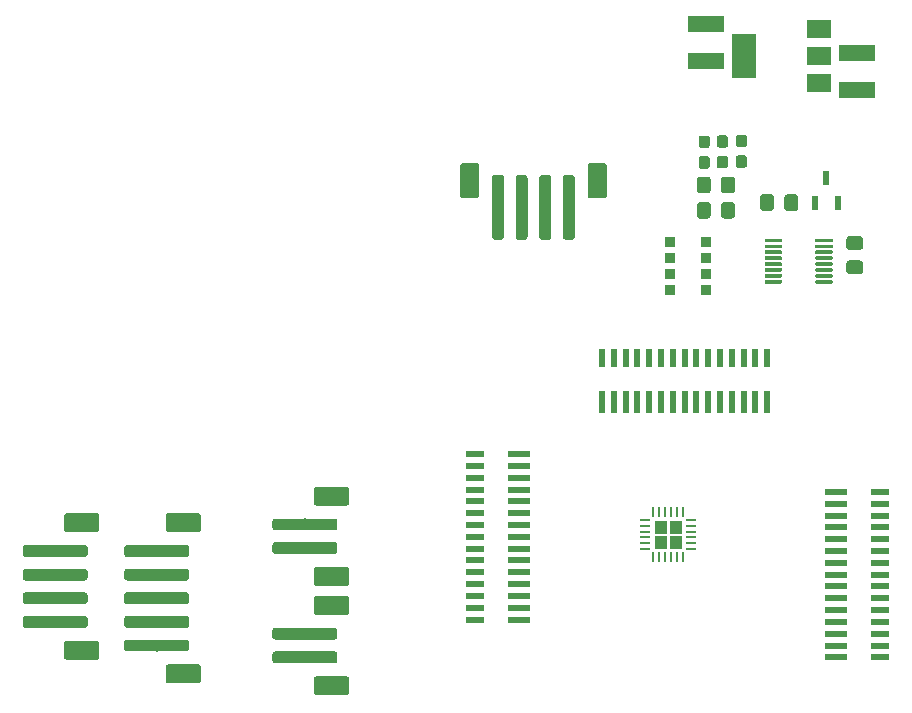
<source format=gtp>
G04 #@! TF.GenerationSoftware,KiCad,Pcbnew,(5.1.0)-1*
G04 #@! TF.CreationDate,2020-03-11T13:06:58+00:00*
G04 #@! TF.ProjectId,2D Top Board,32442054-6f70-4204-926f-6172642e6b69,-*
G04 #@! TF.SameCoordinates,Original*
G04 #@! TF.FileFunction,Paste,Top*
G04 #@! TF.FilePolarity,Positive*
%FSLAX46Y46*%
G04 Gerber Fmt 4.6, Leading zero omitted, Abs format (unit mm)*
G04 Created by KiCad (PCBNEW (5.1.0)-1) date 2020-03-11 13:06:58*
%MOMM*%
%LPD*%
G04 APERTURE LIST*
%ADD10C,0.010000*%
%ADD11C,0.150000*%
%ADD12C,0.950000*%
%ADD13C,1.000000*%
%ADD14C,1.600000*%
%ADD15R,0.600000X1.300000*%
%ADD16C,1.150000*%
%ADD17R,0.900000X0.900000*%
%ADD18R,0.260000X0.830000*%
%ADD19R,0.830000X0.260000*%
%ADD20R,2.000000X3.800000*%
%ADD21R,2.000000X1.500000*%
%ADD22C,0.300000*%
%ADD23R,3.020000X1.340000*%
%ADD24R,1.650000X0.600000*%
%ADD25R,1.850000X0.600000*%
%ADD26R,0.600000X1.650000*%
%ADD27R,0.600000X1.850000*%
G04 APERTURE END LIST*
D10*
G36*
X172935000Y-109295000D02*
G01*
X173905000Y-109295000D01*
X173905000Y-110265000D01*
X172935000Y-110265000D01*
X172935000Y-109295000D01*
G37*
X172935000Y-109295000D02*
X173905000Y-109295000D01*
X173905000Y-110265000D01*
X172935000Y-110265000D01*
X172935000Y-109295000D01*
G36*
X172935000Y-110535000D02*
G01*
X173905000Y-110535000D01*
X173905000Y-111505000D01*
X172935000Y-111505000D01*
X172935000Y-110535000D01*
G37*
X172935000Y-110535000D02*
X173905000Y-110535000D01*
X173905000Y-111505000D01*
X172935000Y-111505000D01*
X172935000Y-110535000D01*
G36*
X171695000Y-110535000D02*
G01*
X172665000Y-110535000D01*
X172665000Y-111505000D01*
X171695000Y-111505000D01*
X171695000Y-110535000D01*
G37*
X171695000Y-110535000D02*
X172665000Y-110535000D01*
X172665000Y-111505000D01*
X171695000Y-111505000D01*
X171695000Y-110535000D01*
G36*
X171695000Y-109295000D02*
G01*
X172665000Y-109295000D01*
X172665000Y-110265000D01*
X171695000Y-110265000D01*
X171695000Y-109295000D01*
G37*
X171695000Y-109295000D02*
X172665000Y-109295000D01*
X172665000Y-110265000D01*
X171695000Y-110265000D01*
X171695000Y-109295000D01*
D11*
G36*
X179260779Y-78301144D02*
G01*
X179283834Y-78304563D01*
X179306443Y-78310227D01*
X179328387Y-78318079D01*
X179349457Y-78328044D01*
X179369448Y-78340026D01*
X179388168Y-78353910D01*
X179405438Y-78369562D01*
X179421090Y-78386832D01*
X179434974Y-78405552D01*
X179446956Y-78425543D01*
X179456921Y-78446613D01*
X179464773Y-78468557D01*
X179470437Y-78491166D01*
X179473856Y-78514221D01*
X179475000Y-78537500D01*
X179475000Y-79112500D01*
X179473856Y-79135779D01*
X179470437Y-79158834D01*
X179464773Y-79181443D01*
X179456921Y-79203387D01*
X179446956Y-79224457D01*
X179434974Y-79244448D01*
X179421090Y-79263168D01*
X179405438Y-79280438D01*
X179388168Y-79296090D01*
X179369448Y-79309974D01*
X179349457Y-79321956D01*
X179328387Y-79331921D01*
X179306443Y-79339773D01*
X179283834Y-79345437D01*
X179260779Y-79348856D01*
X179237500Y-79350000D01*
X178762500Y-79350000D01*
X178739221Y-79348856D01*
X178716166Y-79345437D01*
X178693557Y-79339773D01*
X178671613Y-79331921D01*
X178650543Y-79321956D01*
X178630552Y-79309974D01*
X178611832Y-79296090D01*
X178594562Y-79280438D01*
X178578910Y-79263168D01*
X178565026Y-79244448D01*
X178553044Y-79224457D01*
X178543079Y-79203387D01*
X178535227Y-79181443D01*
X178529563Y-79158834D01*
X178526144Y-79135779D01*
X178525000Y-79112500D01*
X178525000Y-78537500D01*
X178526144Y-78514221D01*
X178529563Y-78491166D01*
X178535227Y-78468557D01*
X178543079Y-78446613D01*
X178553044Y-78425543D01*
X178565026Y-78405552D01*
X178578910Y-78386832D01*
X178594562Y-78369562D01*
X178611832Y-78353910D01*
X178630552Y-78340026D01*
X178650543Y-78328044D01*
X178671613Y-78318079D01*
X178693557Y-78310227D01*
X178716166Y-78304563D01*
X178739221Y-78301144D01*
X178762500Y-78300000D01*
X179237500Y-78300000D01*
X179260779Y-78301144D01*
X179260779Y-78301144D01*
G37*
D12*
X179000000Y-78825000D03*
D11*
G36*
X179260779Y-76551144D02*
G01*
X179283834Y-76554563D01*
X179306443Y-76560227D01*
X179328387Y-76568079D01*
X179349457Y-76578044D01*
X179369448Y-76590026D01*
X179388168Y-76603910D01*
X179405438Y-76619562D01*
X179421090Y-76636832D01*
X179434974Y-76655552D01*
X179446956Y-76675543D01*
X179456921Y-76696613D01*
X179464773Y-76718557D01*
X179470437Y-76741166D01*
X179473856Y-76764221D01*
X179475000Y-76787500D01*
X179475000Y-77362500D01*
X179473856Y-77385779D01*
X179470437Y-77408834D01*
X179464773Y-77431443D01*
X179456921Y-77453387D01*
X179446956Y-77474457D01*
X179434974Y-77494448D01*
X179421090Y-77513168D01*
X179405438Y-77530438D01*
X179388168Y-77546090D01*
X179369448Y-77559974D01*
X179349457Y-77571956D01*
X179328387Y-77581921D01*
X179306443Y-77589773D01*
X179283834Y-77595437D01*
X179260779Y-77598856D01*
X179237500Y-77600000D01*
X178762500Y-77600000D01*
X178739221Y-77598856D01*
X178716166Y-77595437D01*
X178693557Y-77589773D01*
X178671613Y-77581921D01*
X178650543Y-77571956D01*
X178630552Y-77559974D01*
X178611832Y-77546090D01*
X178594562Y-77530438D01*
X178578910Y-77513168D01*
X178565026Y-77494448D01*
X178553044Y-77474457D01*
X178543079Y-77453387D01*
X178535227Y-77431443D01*
X178529563Y-77408834D01*
X178526144Y-77385779D01*
X178525000Y-77362500D01*
X178525000Y-76787500D01*
X178526144Y-76764221D01*
X178529563Y-76741166D01*
X178535227Y-76718557D01*
X178543079Y-76696613D01*
X178553044Y-76675543D01*
X178565026Y-76655552D01*
X178578910Y-76636832D01*
X178594562Y-76619562D01*
X178611832Y-76603910D01*
X178630552Y-76590026D01*
X178650543Y-76578044D01*
X178671613Y-76568079D01*
X178693557Y-76560227D01*
X178716166Y-76554563D01*
X178739221Y-76551144D01*
X178762500Y-76550000D01*
X179237500Y-76550000D01*
X179260779Y-76551144D01*
X179260779Y-76551144D01*
G37*
D12*
X179000000Y-77075000D03*
D11*
G36*
X177660779Y-76601144D02*
G01*
X177683834Y-76604563D01*
X177706443Y-76610227D01*
X177728387Y-76618079D01*
X177749457Y-76628044D01*
X177769448Y-76640026D01*
X177788168Y-76653910D01*
X177805438Y-76669562D01*
X177821090Y-76686832D01*
X177834974Y-76705552D01*
X177846956Y-76725543D01*
X177856921Y-76746613D01*
X177864773Y-76768557D01*
X177870437Y-76791166D01*
X177873856Y-76814221D01*
X177875000Y-76837500D01*
X177875000Y-77412500D01*
X177873856Y-77435779D01*
X177870437Y-77458834D01*
X177864773Y-77481443D01*
X177856921Y-77503387D01*
X177846956Y-77524457D01*
X177834974Y-77544448D01*
X177821090Y-77563168D01*
X177805438Y-77580438D01*
X177788168Y-77596090D01*
X177769448Y-77609974D01*
X177749457Y-77621956D01*
X177728387Y-77631921D01*
X177706443Y-77639773D01*
X177683834Y-77645437D01*
X177660779Y-77648856D01*
X177637500Y-77650000D01*
X177162500Y-77650000D01*
X177139221Y-77648856D01*
X177116166Y-77645437D01*
X177093557Y-77639773D01*
X177071613Y-77631921D01*
X177050543Y-77621956D01*
X177030552Y-77609974D01*
X177011832Y-77596090D01*
X176994562Y-77580438D01*
X176978910Y-77563168D01*
X176965026Y-77544448D01*
X176953044Y-77524457D01*
X176943079Y-77503387D01*
X176935227Y-77481443D01*
X176929563Y-77458834D01*
X176926144Y-77435779D01*
X176925000Y-77412500D01*
X176925000Y-76837500D01*
X176926144Y-76814221D01*
X176929563Y-76791166D01*
X176935227Y-76768557D01*
X176943079Y-76746613D01*
X176953044Y-76725543D01*
X176965026Y-76705552D01*
X176978910Y-76686832D01*
X176994562Y-76669562D01*
X177011832Y-76653910D01*
X177030552Y-76640026D01*
X177050543Y-76628044D01*
X177071613Y-76618079D01*
X177093557Y-76610227D01*
X177116166Y-76604563D01*
X177139221Y-76601144D01*
X177162500Y-76600000D01*
X177637500Y-76600000D01*
X177660779Y-76601144D01*
X177660779Y-76601144D01*
G37*
D12*
X177400000Y-77125000D03*
D11*
G36*
X177660779Y-78351144D02*
G01*
X177683834Y-78354563D01*
X177706443Y-78360227D01*
X177728387Y-78368079D01*
X177749457Y-78378044D01*
X177769448Y-78390026D01*
X177788168Y-78403910D01*
X177805438Y-78419562D01*
X177821090Y-78436832D01*
X177834974Y-78455552D01*
X177846956Y-78475543D01*
X177856921Y-78496613D01*
X177864773Y-78518557D01*
X177870437Y-78541166D01*
X177873856Y-78564221D01*
X177875000Y-78587500D01*
X177875000Y-79162500D01*
X177873856Y-79185779D01*
X177870437Y-79208834D01*
X177864773Y-79231443D01*
X177856921Y-79253387D01*
X177846956Y-79274457D01*
X177834974Y-79294448D01*
X177821090Y-79313168D01*
X177805438Y-79330438D01*
X177788168Y-79346090D01*
X177769448Y-79359974D01*
X177749457Y-79371956D01*
X177728387Y-79381921D01*
X177706443Y-79389773D01*
X177683834Y-79395437D01*
X177660779Y-79398856D01*
X177637500Y-79400000D01*
X177162500Y-79400000D01*
X177139221Y-79398856D01*
X177116166Y-79395437D01*
X177093557Y-79389773D01*
X177071613Y-79381921D01*
X177050543Y-79371956D01*
X177030552Y-79359974D01*
X177011832Y-79346090D01*
X176994562Y-79330438D01*
X176978910Y-79313168D01*
X176965026Y-79294448D01*
X176953044Y-79274457D01*
X176943079Y-79253387D01*
X176935227Y-79231443D01*
X176929563Y-79208834D01*
X176926144Y-79185779D01*
X176925000Y-79162500D01*
X176925000Y-78587500D01*
X176926144Y-78564221D01*
X176929563Y-78541166D01*
X176935227Y-78518557D01*
X176943079Y-78496613D01*
X176953044Y-78475543D01*
X176965026Y-78455552D01*
X176978910Y-78436832D01*
X176994562Y-78419562D01*
X177011832Y-78403910D01*
X177030552Y-78390026D01*
X177050543Y-78378044D01*
X177071613Y-78368079D01*
X177093557Y-78360227D01*
X177116166Y-78354563D01*
X177139221Y-78351144D01*
X177162500Y-78350000D01*
X177637500Y-78350000D01*
X177660779Y-78351144D01*
X177660779Y-78351144D01*
G37*
D12*
X177400000Y-78875000D03*
D11*
G36*
X176115779Y-78376144D02*
G01*
X176138834Y-78379563D01*
X176161443Y-78385227D01*
X176183387Y-78393079D01*
X176204457Y-78403044D01*
X176224448Y-78415026D01*
X176243168Y-78428910D01*
X176260438Y-78444562D01*
X176276090Y-78461832D01*
X176289974Y-78480552D01*
X176301956Y-78500543D01*
X176311921Y-78521613D01*
X176319773Y-78543557D01*
X176325437Y-78566166D01*
X176328856Y-78589221D01*
X176330000Y-78612500D01*
X176330000Y-79187500D01*
X176328856Y-79210779D01*
X176325437Y-79233834D01*
X176319773Y-79256443D01*
X176311921Y-79278387D01*
X176301956Y-79299457D01*
X176289974Y-79319448D01*
X176276090Y-79338168D01*
X176260438Y-79355438D01*
X176243168Y-79371090D01*
X176224448Y-79384974D01*
X176204457Y-79396956D01*
X176183387Y-79406921D01*
X176161443Y-79414773D01*
X176138834Y-79420437D01*
X176115779Y-79423856D01*
X176092500Y-79425000D01*
X175617500Y-79425000D01*
X175594221Y-79423856D01*
X175571166Y-79420437D01*
X175548557Y-79414773D01*
X175526613Y-79406921D01*
X175505543Y-79396956D01*
X175485552Y-79384974D01*
X175466832Y-79371090D01*
X175449562Y-79355438D01*
X175433910Y-79338168D01*
X175420026Y-79319448D01*
X175408044Y-79299457D01*
X175398079Y-79278387D01*
X175390227Y-79256443D01*
X175384563Y-79233834D01*
X175381144Y-79210779D01*
X175380000Y-79187500D01*
X175380000Y-78612500D01*
X175381144Y-78589221D01*
X175384563Y-78566166D01*
X175390227Y-78543557D01*
X175398079Y-78521613D01*
X175408044Y-78500543D01*
X175420026Y-78480552D01*
X175433910Y-78461832D01*
X175449562Y-78444562D01*
X175466832Y-78428910D01*
X175485552Y-78415026D01*
X175505543Y-78403044D01*
X175526613Y-78393079D01*
X175548557Y-78385227D01*
X175571166Y-78379563D01*
X175594221Y-78376144D01*
X175617500Y-78375000D01*
X176092500Y-78375000D01*
X176115779Y-78376144D01*
X176115779Y-78376144D01*
G37*
D12*
X175855000Y-78900000D03*
D11*
G36*
X176115779Y-76626144D02*
G01*
X176138834Y-76629563D01*
X176161443Y-76635227D01*
X176183387Y-76643079D01*
X176204457Y-76653044D01*
X176224448Y-76665026D01*
X176243168Y-76678910D01*
X176260438Y-76694562D01*
X176276090Y-76711832D01*
X176289974Y-76730552D01*
X176301956Y-76750543D01*
X176311921Y-76771613D01*
X176319773Y-76793557D01*
X176325437Y-76816166D01*
X176328856Y-76839221D01*
X176330000Y-76862500D01*
X176330000Y-77437500D01*
X176328856Y-77460779D01*
X176325437Y-77483834D01*
X176319773Y-77506443D01*
X176311921Y-77528387D01*
X176301956Y-77549457D01*
X176289974Y-77569448D01*
X176276090Y-77588168D01*
X176260438Y-77605438D01*
X176243168Y-77621090D01*
X176224448Y-77634974D01*
X176204457Y-77646956D01*
X176183387Y-77656921D01*
X176161443Y-77664773D01*
X176138834Y-77670437D01*
X176115779Y-77673856D01*
X176092500Y-77675000D01*
X175617500Y-77675000D01*
X175594221Y-77673856D01*
X175571166Y-77670437D01*
X175548557Y-77664773D01*
X175526613Y-77656921D01*
X175505543Y-77646956D01*
X175485552Y-77634974D01*
X175466832Y-77621090D01*
X175449562Y-77605438D01*
X175433910Y-77588168D01*
X175420026Y-77569448D01*
X175408044Y-77549457D01*
X175398079Y-77528387D01*
X175390227Y-77506443D01*
X175384563Y-77483834D01*
X175381144Y-77460779D01*
X175380000Y-77437500D01*
X175380000Y-76862500D01*
X175381144Y-76839221D01*
X175384563Y-76816166D01*
X175390227Y-76793557D01*
X175398079Y-76771613D01*
X175408044Y-76750543D01*
X175420026Y-76730552D01*
X175433910Y-76711832D01*
X175449562Y-76694562D01*
X175466832Y-76678910D01*
X175485552Y-76665026D01*
X175505543Y-76653044D01*
X175526613Y-76643079D01*
X175548557Y-76635227D01*
X175571166Y-76629563D01*
X175594221Y-76626144D01*
X175617500Y-76625000D01*
X176092500Y-76625000D01*
X176115779Y-76626144D01*
X176115779Y-76626144D01*
G37*
D12*
X175855000Y-77150000D03*
D11*
G36*
X144574504Y-109051204D02*
G01*
X144598773Y-109054804D01*
X144622571Y-109060765D01*
X144645671Y-109069030D01*
X144667849Y-109079520D01*
X144688893Y-109092133D01*
X144708598Y-109106747D01*
X144726777Y-109123223D01*
X144743253Y-109141402D01*
X144757867Y-109161107D01*
X144770480Y-109182151D01*
X144780970Y-109204329D01*
X144789235Y-109227429D01*
X144795196Y-109251227D01*
X144798796Y-109275496D01*
X144800000Y-109300000D01*
X144800000Y-109800000D01*
X144798796Y-109824504D01*
X144795196Y-109848773D01*
X144789235Y-109872571D01*
X144780970Y-109895671D01*
X144770480Y-109917849D01*
X144757867Y-109938893D01*
X144743253Y-109958598D01*
X144726777Y-109976777D01*
X144708598Y-109993253D01*
X144688893Y-110007867D01*
X144667849Y-110020480D01*
X144645671Y-110030970D01*
X144622571Y-110039235D01*
X144598773Y-110045196D01*
X144574504Y-110048796D01*
X144550000Y-110050000D01*
X139550000Y-110050000D01*
X139525496Y-110048796D01*
X139501227Y-110045196D01*
X139477429Y-110039235D01*
X139454329Y-110030970D01*
X139432151Y-110020480D01*
X139411107Y-110007867D01*
X139391402Y-109993253D01*
X139373223Y-109976777D01*
X139356747Y-109958598D01*
X139342133Y-109938893D01*
X139329520Y-109917849D01*
X139319030Y-109895671D01*
X139310765Y-109872571D01*
X139304804Y-109848773D01*
X139301204Y-109824504D01*
X139300000Y-109800000D01*
X139300000Y-109300000D01*
X139301204Y-109275496D01*
X139304804Y-109251227D01*
X139310765Y-109227429D01*
X139319030Y-109204329D01*
X139329520Y-109182151D01*
X139342133Y-109161107D01*
X139356747Y-109141402D01*
X139373223Y-109123223D01*
X139391402Y-109106747D01*
X139411107Y-109092133D01*
X139432151Y-109079520D01*
X139454329Y-109069030D01*
X139477429Y-109060765D01*
X139501227Y-109054804D01*
X139525496Y-109051204D01*
X139550000Y-109050000D01*
X144550000Y-109050000D01*
X144574504Y-109051204D01*
X144574504Y-109051204D01*
G37*
D13*
X142050000Y-109550000D03*
D11*
G36*
X144574504Y-111051204D02*
G01*
X144598773Y-111054804D01*
X144622571Y-111060765D01*
X144645671Y-111069030D01*
X144667849Y-111079520D01*
X144688893Y-111092133D01*
X144708598Y-111106747D01*
X144726777Y-111123223D01*
X144743253Y-111141402D01*
X144757867Y-111161107D01*
X144770480Y-111182151D01*
X144780970Y-111204329D01*
X144789235Y-111227429D01*
X144795196Y-111251227D01*
X144798796Y-111275496D01*
X144800000Y-111300000D01*
X144800000Y-111800000D01*
X144798796Y-111824504D01*
X144795196Y-111848773D01*
X144789235Y-111872571D01*
X144780970Y-111895671D01*
X144770480Y-111917849D01*
X144757867Y-111938893D01*
X144743253Y-111958598D01*
X144726777Y-111976777D01*
X144708598Y-111993253D01*
X144688893Y-112007867D01*
X144667849Y-112020480D01*
X144645671Y-112030970D01*
X144622571Y-112039235D01*
X144598773Y-112045196D01*
X144574504Y-112048796D01*
X144550000Y-112050000D01*
X139550000Y-112050000D01*
X139525496Y-112048796D01*
X139501227Y-112045196D01*
X139477429Y-112039235D01*
X139454329Y-112030970D01*
X139432151Y-112020480D01*
X139411107Y-112007867D01*
X139391402Y-111993253D01*
X139373223Y-111976777D01*
X139356747Y-111958598D01*
X139342133Y-111938893D01*
X139329520Y-111917849D01*
X139319030Y-111895671D01*
X139310765Y-111872571D01*
X139304804Y-111848773D01*
X139301204Y-111824504D01*
X139300000Y-111800000D01*
X139300000Y-111300000D01*
X139301204Y-111275496D01*
X139304804Y-111251227D01*
X139310765Y-111227429D01*
X139319030Y-111204329D01*
X139329520Y-111182151D01*
X139342133Y-111161107D01*
X139356747Y-111141402D01*
X139373223Y-111123223D01*
X139391402Y-111106747D01*
X139411107Y-111092133D01*
X139432151Y-111079520D01*
X139454329Y-111069030D01*
X139477429Y-111060765D01*
X139501227Y-111054804D01*
X139525496Y-111051204D01*
X139550000Y-111050000D01*
X144550000Y-111050000D01*
X144574504Y-111051204D01*
X144574504Y-111051204D01*
G37*
D13*
X142050000Y-111550000D03*
D11*
G36*
X145574504Y-106351204D02*
G01*
X145598773Y-106354804D01*
X145622571Y-106360765D01*
X145645671Y-106369030D01*
X145667849Y-106379520D01*
X145688893Y-106392133D01*
X145708598Y-106406747D01*
X145726777Y-106423223D01*
X145743253Y-106441402D01*
X145757867Y-106461107D01*
X145770480Y-106482151D01*
X145780970Y-106504329D01*
X145789235Y-106527429D01*
X145795196Y-106551227D01*
X145798796Y-106575496D01*
X145800000Y-106600000D01*
X145800000Y-107700000D01*
X145798796Y-107724504D01*
X145795196Y-107748773D01*
X145789235Y-107772571D01*
X145780970Y-107795671D01*
X145770480Y-107817849D01*
X145757867Y-107838893D01*
X145743253Y-107858598D01*
X145726777Y-107876777D01*
X145708598Y-107893253D01*
X145688893Y-107907867D01*
X145667849Y-107920480D01*
X145645671Y-107930970D01*
X145622571Y-107939235D01*
X145598773Y-107945196D01*
X145574504Y-107948796D01*
X145550000Y-107950000D01*
X143050000Y-107950000D01*
X143025496Y-107948796D01*
X143001227Y-107945196D01*
X142977429Y-107939235D01*
X142954329Y-107930970D01*
X142932151Y-107920480D01*
X142911107Y-107907867D01*
X142891402Y-107893253D01*
X142873223Y-107876777D01*
X142856747Y-107858598D01*
X142842133Y-107838893D01*
X142829520Y-107817849D01*
X142819030Y-107795671D01*
X142810765Y-107772571D01*
X142804804Y-107748773D01*
X142801204Y-107724504D01*
X142800000Y-107700000D01*
X142800000Y-106600000D01*
X142801204Y-106575496D01*
X142804804Y-106551227D01*
X142810765Y-106527429D01*
X142819030Y-106504329D01*
X142829520Y-106482151D01*
X142842133Y-106461107D01*
X142856747Y-106441402D01*
X142873223Y-106423223D01*
X142891402Y-106406747D01*
X142911107Y-106392133D01*
X142932151Y-106379520D01*
X142954329Y-106369030D01*
X142977429Y-106360765D01*
X143001227Y-106354804D01*
X143025496Y-106351204D01*
X143050000Y-106350000D01*
X145550000Y-106350000D01*
X145574504Y-106351204D01*
X145574504Y-106351204D01*
G37*
D14*
X144300000Y-107150000D03*
D11*
G36*
X145574504Y-113151204D02*
G01*
X145598773Y-113154804D01*
X145622571Y-113160765D01*
X145645671Y-113169030D01*
X145667849Y-113179520D01*
X145688893Y-113192133D01*
X145708598Y-113206747D01*
X145726777Y-113223223D01*
X145743253Y-113241402D01*
X145757867Y-113261107D01*
X145770480Y-113282151D01*
X145780970Y-113304329D01*
X145789235Y-113327429D01*
X145795196Y-113351227D01*
X145798796Y-113375496D01*
X145800000Y-113400000D01*
X145800000Y-114500000D01*
X145798796Y-114524504D01*
X145795196Y-114548773D01*
X145789235Y-114572571D01*
X145780970Y-114595671D01*
X145770480Y-114617849D01*
X145757867Y-114638893D01*
X145743253Y-114658598D01*
X145726777Y-114676777D01*
X145708598Y-114693253D01*
X145688893Y-114707867D01*
X145667849Y-114720480D01*
X145645671Y-114730970D01*
X145622571Y-114739235D01*
X145598773Y-114745196D01*
X145574504Y-114748796D01*
X145550000Y-114750000D01*
X143050000Y-114750000D01*
X143025496Y-114748796D01*
X143001227Y-114745196D01*
X142977429Y-114739235D01*
X142954329Y-114730970D01*
X142932151Y-114720480D01*
X142911107Y-114707867D01*
X142891402Y-114693253D01*
X142873223Y-114676777D01*
X142856747Y-114658598D01*
X142842133Y-114638893D01*
X142829520Y-114617849D01*
X142819030Y-114595671D01*
X142810765Y-114572571D01*
X142804804Y-114548773D01*
X142801204Y-114524504D01*
X142800000Y-114500000D01*
X142800000Y-113400000D01*
X142801204Y-113375496D01*
X142804804Y-113351227D01*
X142810765Y-113327429D01*
X142819030Y-113304329D01*
X142829520Y-113282151D01*
X142842133Y-113261107D01*
X142856747Y-113241402D01*
X142873223Y-113223223D01*
X142891402Y-113206747D01*
X142911107Y-113192133D01*
X142932151Y-113179520D01*
X142954329Y-113169030D01*
X142977429Y-113160765D01*
X143001227Y-113154804D01*
X143025496Y-113151204D01*
X143050000Y-113150000D01*
X145550000Y-113150000D01*
X145574504Y-113151204D01*
X145574504Y-113151204D01*
G37*
D14*
X144300000Y-113950000D03*
D11*
G36*
X145574504Y-122401204D02*
G01*
X145598773Y-122404804D01*
X145622571Y-122410765D01*
X145645671Y-122419030D01*
X145667849Y-122429520D01*
X145688893Y-122442133D01*
X145708598Y-122456747D01*
X145726777Y-122473223D01*
X145743253Y-122491402D01*
X145757867Y-122511107D01*
X145770480Y-122532151D01*
X145780970Y-122554329D01*
X145789235Y-122577429D01*
X145795196Y-122601227D01*
X145798796Y-122625496D01*
X145800000Y-122650000D01*
X145800000Y-123750000D01*
X145798796Y-123774504D01*
X145795196Y-123798773D01*
X145789235Y-123822571D01*
X145780970Y-123845671D01*
X145770480Y-123867849D01*
X145757867Y-123888893D01*
X145743253Y-123908598D01*
X145726777Y-123926777D01*
X145708598Y-123943253D01*
X145688893Y-123957867D01*
X145667849Y-123970480D01*
X145645671Y-123980970D01*
X145622571Y-123989235D01*
X145598773Y-123995196D01*
X145574504Y-123998796D01*
X145550000Y-124000000D01*
X143050000Y-124000000D01*
X143025496Y-123998796D01*
X143001227Y-123995196D01*
X142977429Y-123989235D01*
X142954329Y-123980970D01*
X142932151Y-123970480D01*
X142911107Y-123957867D01*
X142891402Y-123943253D01*
X142873223Y-123926777D01*
X142856747Y-123908598D01*
X142842133Y-123888893D01*
X142829520Y-123867849D01*
X142819030Y-123845671D01*
X142810765Y-123822571D01*
X142804804Y-123798773D01*
X142801204Y-123774504D01*
X142800000Y-123750000D01*
X142800000Y-122650000D01*
X142801204Y-122625496D01*
X142804804Y-122601227D01*
X142810765Y-122577429D01*
X142819030Y-122554329D01*
X142829520Y-122532151D01*
X142842133Y-122511107D01*
X142856747Y-122491402D01*
X142873223Y-122473223D01*
X142891402Y-122456747D01*
X142911107Y-122442133D01*
X142932151Y-122429520D01*
X142954329Y-122419030D01*
X142977429Y-122410765D01*
X143001227Y-122404804D01*
X143025496Y-122401204D01*
X143050000Y-122400000D01*
X145550000Y-122400000D01*
X145574504Y-122401204D01*
X145574504Y-122401204D01*
G37*
D14*
X144300000Y-123200000D03*
D11*
G36*
X145574504Y-115601204D02*
G01*
X145598773Y-115604804D01*
X145622571Y-115610765D01*
X145645671Y-115619030D01*
X145667849Y-115629520D01*
X145688893Y-115642133D01*
X145708598Y-115656747D01*
X145726777Y-115673223D01*
X145743253Y-115691402D01*
X145757867Y-115711107D01*
X145770480Y-115732151D01*
X145780970Y-115754329D01*
X145789235Y-115777429D01*
X145795196Y-115801227D01*
X145798796Y-115825496D01*
X145800000Y-115850000D01*
X145800000Y-116950000D01*
X145798796Y-116974504D01*
X145795196Y-116998773D01*
X145789235Y-117022571D01*
X145780970Y-117045671D01*
X145770480Y-117067849D01*
X145757867Y-117088893D01*
X145743253Y-117108598D01*
X145726777Y-117126777D01*
X145708598Y-117143253D01*
X145688893Y-117157867D01*
X145667849Y-117170480D01*
X145645671Y-117180970D01*
X145622571Y-117189235D01*
X145598773Y-117195196D01*
X145574504Y-117198796D01*
X145550000Y-117200000D01*
X143050000Y-117200000D01*
X143025496Y-117198796D01*
X143001227Y-117195196D01*
X142977429Y-117189235D01*
X142954329Y-117180970D01*
X142932151Y-117170480D01*
X142911107Y-117157867D01*
X142891402Y-117143253D01*
X142873223Y-117126777D01*
X142856747Y-117108598D01*
X142842133Y-117088893D01*
X142829520Y-117067849D01*
X142819030Y-117045671D01*
X142810765Y-117022571D01*
X142804804Y-116998773D01*
X142801204Y-116974504D01*
X142800000Y-116950000D01*
X142800000Y-115850000D01*
X142801204Y-115825496D01*
X142804804Y-115801227D01*
X142810765Y-115777429D01*
X142819030Y-115754329D01*
X142829520Y-115732151D01*
X142842133Y-115711107D01*
X142856747Y-115691402D01*
X142873223Y-115673223D01*
X142891402Y-115656747D01*
X142911107Y-115642133D01*
X142932151Y-115629520D01*
X142954329Y-115619030D01*
X142977429Y-115610765D01*
X143001227Y-115604804D01*
X143025496Y-115601204D01*
X143050000Y-115600000D01*
X145550000Y-115600000D01*
X145574504Y-115601204D01*
X145574504Y-115601204D01*
G37*
D14*
X144300000Y-116400000D03*
D11*
G36*
X144574504Y-120301204D02*
G01*
X144598773Y-120304804D01*
X144622571Y-120310765D01*
X144645671Y-120319030D01*
X144667849Y-120329520D01*
X144688893Y-120342133D01*
X144708598Y-120356747D01*
X144726777Y-120373223D01*
X144743253Y-120391402D01*
X144757867Y-120411107D01*
X144770480Y-120432151D01*
X144780970Y-120454329D01*
X144789235Y-120477429D01*
X144795196Y-120501227D01*
X144798796Y-120525496D01*
X144800000Y-120550000D01*
X144800000Y-121050000D01*
X144798796Y-121074504D01*
X144795196Y-121098773D01*
X144789235Y-121122571D01*
X144780970Y-121145671D01*
X144770480Y-121167849D01*
X144757867Y-121188893D01*
X144743253Y-121208598D01*
X144726777Y-121226777D01*
X144708598Y-121243253D01*
X144688893Y-121257867D01*
X144667849Y-121270480D01*
X144645671Y-121280970D01*
X144622571Y-121289235D01*
X144598773Y-121295196D01*
X144574504Y-121298796D01*
X144550000Y-121300000D01*
X139550000Y-121300000D01*
X139525496Y-121298796D01*
X139501227Y-121295196D01*
X139477429Y-121289235D01*
X139454329Y-121280970D01*
X139432151Y-121270480D01*
X139411107Y-121257867D01*
X139391402Y-121243253D01*
X139373223Y-121226777D01*
X139356747Y-121208598D01*
X139342133Y-121188893D01*
X139329520Y-121167849D01*
X139319030Y-121145671D01*
X139310765Y-121122571D01*
X139304804Y-121098773D01*
X139301204Y-121074504D01*
X139300000Y-121050000D01*
X139300000Y-120550000D01*
X139301204Y-120525496D01*
X139304804Y-120501227D01*
X139310765Y-120477429D01*
X139319030Y-120454329D01*
X139329520Y-120432151D01*
X139342133Y-120411107D01*
X139356747Y-120391402D01*
X139373223Y-120373223D01*
X139391402Y-120356747D01*
X139411107Y-120342133D01*
X139432151Y-120329520D01*
X139454329Y-120319030D01*
X139477429Y-120310765D01*
X139501227Y-120304804D01*
X139525496Y-120301204D01*
X139550000Y-120300000D01*
X144550000Y-120300000D01*
X144574504Y-120301204D01*
X144574504Y-120301204D01*
G37*
D13*
X142050000Y-120800000D03*
D11*
G36*
X144574504Y-118301204D02*
G01*
X144598773Y-118304804D01*
X144622571Y-118310765D01*
X144645671Y-118319030D01*
X144667849Y-118329520D01*
X144688893Y-118342133D01*
X144708598Y-118356747D01*
X144726777Y-118373223D01*
X144743253Y-118391402D01*
X144757867Y-118411107D01*
X144770480Y-118432151D01*
X144780970Y-118454329D01*
X144789235Y-118477429D01*
X144795196Y-118501227D01*
X144798796Y-118525496D01*
X144800000Y-118550000D01*
X144800000Y-119050000D01*
X144798796Y-119074504D01*
X144795196Y-119098773D01*
X144789235Y-119122571D01*
X144780970Y-119145671D01*
X144770480Y-119167849D01*
X144757867Y-119188893D01*
X144743253Y-119208598D01*
X144726777Y-119226777D01*
X144708598Y-119243253D01*
X144688893Y-119257867D01*
X144667849Y-119270480D01*
X144645671Y-119280970D01*
X144622571Y-119289235D01*
X144598773Y-119295196D01*
X144574504Y-119298796D01*
X144550000Y-119300000D01*
X139550000Y-119300000D01*
X139525496Y-119298796D01*
X139501227Y-119295196D01*
X139477429Y-119289235D01*
X139454329Y-119280970D01*
X139432151Y-119270480D01*
X139411107Y-119257867D01*
X139391402Y-119243253D01*
X139373223Y-119226777D01*
X139356747Y-119208598D01*
X139342133Y-119188893D01*
X139329520Y-119167849D01*
X139319030Y-119145671D01*
X139310765Y-119122571D01*
X139304804Y-119098773D01*
X139301204Y-119074504D01*
X139300000Y-119050000D01*
X139300000Y-118550000D01*
X139301204Y-118525496D01*
X139304804Y-118501227D01*
X139310765Y-118477429D01*
X139319030Y-118454329D01*
X139329520Y-118432151D01*
X139342133Y-118411107D01*
X139356747Y-118391402D01*
X139373223Y-118373223D01*
X139391402Y-118356747D01*
X139411107Y-118342133D01*
X139432151Y-118329520D01*
X139454329Y-118319030D01*
X139477429Y-118310765D01*
X139501227Y-118304804D01*
X139525496Y-118301204D01*
X139550000Y-118300000D01*
X144550000Y-118300000D01*
X144574504Y-118301204D01*
X144574504Y-118301204D01*
G37*
D13*
X142050000Y-118800000D03*
D11*
G36*
X123424504Y-111301204D02*
G01*
X123448773Y-111304804D01*
X123472571Y-111310765D01*
X123495671Y-111319030D01*
X123517849Y-111329520D01*
X123538893Y-111342133D01*
X123558598Y-111356747D01*
X123576777Y-111373223D01*
X123593253Y-111391402D01*
X123607867Y-111411107D01*
X123620480Y-111432151D01*
X123630970Y-111454329D01*
X123639235Y-111477429D01*
X123645196Y-111501227D01*
X123648796Y-111525496D01*
X123650000Y-111550000D01*
X123650000Y-112050000D01*
X123648796Y-112074504D01*
X123645196Y-112098773D01*
X123639235Y-112122571D01*
X123630970Y-112145671D01*
X123620480Y-112167849D01*
X123607867Y-112188893D01*
X123593253Y-112208598D01*
X123576777Y-112226777D01*
X123558598Y-112243253D01*
X123538893Y-112257867D01*
X123517849Y-112270480D01*
X123495671Y-112280970D01*
X123472571Y-112289235D01*
X123448773Y-112295196D01*
X123424504Y-112298796D01*
X123400000Y-112300000D01*
X118400000Y-112300000D01*
X118375496Y-112298796D01*
X118351227Y-112295196D01*
X118327429Y-112289235D01*
X118304329Y-112280970D01*
X118282151Y-112270480D01*
X118261107Y-112257867D01*
X118241402Y-112243253D01*
X118223223Y-112226777D01*
X118206747Y-112208598D01*
X118192133Y-112188893D01*
X118179520Y-112167849D01*
X118169030Y-112145671D01*
X118160765Y-112122571D01*
X118154804Y-112098773D01*
X118151204Y-112074504D01*
X118150000Y-112050000D01*
X118150000Y-111550000D01*
X118151204Y-111525496D01*
X118154804Y-111501227D01*
X118160765Y-111477429D01*
X118169030Y-111454329D01*
X118179520Y-111432151D01*
X118192133Y-111411107D01*
X118206747Y-111391402D01*
X118223223Y-111373223D01*
X118241402Y-111356747D01*
X118261107Y-111342133D01*
X118282151Y-111329520D01*
X118304329Y-111319030D01*
X118327429Y-111310765D01*
X118351227Y-111304804D01*
X118375496Y-111301204D01*
X118400000Y-111300000D01*
X123400000Y-111300000D01*
X123424504Y-111301204D01*
X123424504Y-111301204D01*
G37*
D13*
X120900000Y-111800000D03*
D11*
G36*
X123424504Y-113301204D02*
G01*
X123448773Y-113304804D01*
X123472571Y-113310765D01*
X123495671Y-113319030D01*
X123517849Y-113329520D01*
X123538893Y-113342133D01*
X123558598Y-113356747D01*
X123576777Y-113373223D01*
X123593253Y-113391402D01*
X123607867Y-113411107D01*
X123620480Y-113432151D01*
X123630970Y-113454329D01*
X123639235Y-113477429D01*
X123645196Y-113501227D01*
X123648796Y-113525496D01*
X123650000Y-113550000D01*
X123650000Y-114050000D01*
X123648796Y-114074504D01*
X123645196Y-114098773D01*
X123639235Y-114122571D01*
X123630970Y-114145671D01*
X123620480Y-114167849D01*
X123607867Y-114188893D01*
X123593253Y-114208598D01*
X123576777Y-114226777D01*
X123558598Y-114243253D01*
X123538893Y-114257867D01*
X123517849Y-114270480D01*
X123495671Y-114280970D01*
X123472571Y-114289235D01*
X123448773Y-114295196D01*
X123424504Y-114298796D01*
X123400000Y-114300000D01*
X118400000Y-114300000D01*
X118375496Y-114298796D01*
X118351227Y-114295196D01*
X118327429Y-114289235D01*
X118304329Y-114280970D01*
X118282151Y-114270480D01*
X118261107Y-114257867D01*
X118241402Y-114243253D01*
X118223223Y-114226777D01*
X118206747Y-114208598D01*
X118192133Y-114188893D01*
X118179520Y-114167849D01*
X118169030Y-114145671D01*
X118160765Y-114122571D01*
X118154804Y-114098773D01*
X118151204Y-114074504D01*
X118150000Y-114050000D01*
X118150000Y-113550000D01*
X118151204Y-113525496D01*
X118154804Y-113501227D01*
X118160765Y-113477429D01*
X118169030Y-113454329D01*
X118179520Y-113432151D01*
X118192133Y-113411107D01*
X118206747Y-113391402D01*
X118223223Y-113373223D01*
X118241402Y-113356747D01*
X118261107Y-113342133D01*
X118282151Y-113329520D01*
X118304329Y-113319030D01*
X118327429Y-113310765D01*
X118351227Y-113304804D01*
X118375496Y-113301204D01*
X118400000Y-113300000D01*
X123400000Y-113300000D01*
X123424504Y-113301204D01*
X123424504Y-113301204D01*
G37*
D13*
X120900000Y-113800000D03*
D11*
G36*
X123424504Y-115301204D02*
G01*
X123448773Y-115304804D01*
X123472571Y-115310765D01*
X123495671Y-115319030D01*
X123517849Y-115329520D01*
X123538893Y-115342133D01*
X123558598Y-115356747D01*
X123576777Y-115373223D01*
X123593253Y-115391402D01*
X123607867Y-115411107D01*
X123620480Y-115432151D01*
X123630970Y-115454329D01*
X123639235Y-115477429D01*
X123645196Y-115501227D01*
X123648796Y-115525496D01*
X123650000Y-115550000D01*
X123650000Y-116050000D01*
X123648796Y-116074504D01*
X123645196Y-116098773D01*
X123639235Y-116122571D01*
X123630970Y-116145671D01*
X123620480Y-116167849D01*
X123607867Y-116188893D01*
X123593253Y-116208598D01*
X123576777Y-116226777D01*
X123558598Y-116243253D01*
X123538893Y-116257867D01*
X123517849Y-116270480D01*
X123495671Y-116280970D01*
X123472571Y-116289235D01*
X123448773Y-116295196D01*
X123424504Y-116298796D01*
X123400000Y-116300000D01*
X118400000Y-116300000D01*
X118375496Y-116298796D01*
X118351227Y-116295196D01*
X118327429Y-116289235D01*
X118304329Y-116280970D01*
X118282151Y-116270480D01*
X118261107Y-116257867D01*
X118241402Y-116243253D01*
X118223223Y-116226777D01*
X118206747Y-116208598D01*
X118192133Y-116188893D01*
X118179520Y-116167849D01*
X118169030Y-116145671D01*
X118160765Y-116122571D01*
X118154804Y-116098773D01*
X118151204Y-116074504D01*
X118150000Y-116050000D01*
X118150000Y-115550000D01*
X118151204Y-115525496D01*
X118154804Y-115501227D01*
X118160765Y-115477429D01*
X118169030Y-115454329D01*
X118179520Y-115432151D01*
X118192133Y-115411107D01*
X118206747Y-115391402D01*
X118223223Y-115373223D01*
X118241402Y-115356747D01*
X118261107Y-115342133D01*
X118282151Y-115329520D01*
X118304329Y-115319030D01*
X118327429Y-115310765D01*
X118351227Y-115304804D01*
X118375496Y-115301204D01*
X118400000Y-115300000D01*
X123400000Y-115300000D01*
X123424504Y-115301204D01*
X123424504Y-115301204D01*
G37*
D13*
X120900000Y-115800000D03*
D11*
G36*
X123424504Y-117301204D02*
G01*
X123448773Y-117304804D01*
X123472571Y-117310765D01*
X123495671Y-117319030D01*
X123517849Y-117329520D01*
X123538893Y-117342133D01*
X123558598Y-117356747D01*
X123576777Y-117373223D01*
X123593253Y-117391402D01*
X123607867Y-117411107D01*
X123620480Y-117432151D01*
X123630970Y-117454329D01*
X123639235Y-117477429D01*
X123645196Y-117501227D01*
X123648796Y-117525496D01*
X123650000Y-117550000D01*
X123650000Y-118050000D01*
X123648796Y-118074504D01*
X123645196Y-118098773D01*
X123639235Y-118122571D01*
X123630970Y-118145671D01*
X123620480Y-118167849D01*
X123607867Y-118188893D01*
X123593253Y-118208598D01*
X123576777Y-118226777D01*
X123558598Y-118243253D01*
X123538893Y-118257867D01*
X123517849Y-118270480D01*
X123495671Y-118280970D01*
X123472571Y-118289235D01*
X123448773Y-118295196D01*
X123424504Y-118298796D01*
X123400000Y-118300000D01*
X118400000Y-118300000D01*
X118375496Y-118298796D01*
X118351227Y-118295196D01*
X118327429Y-118289235D01*
X118304329Y-118280970D01*
X118282151Y-118270480D01*
X118261107Y-118257867D01*
X118241402Y-118243253D01*
X118223223Y-118226777D01*
X118206747Y-118208598D01*
X118192133Y-118188893D01*
X118179520Y-118167849D01*
X118169030Y-118145671D01*
X118160765Y-118122571D01*
X118154804Y-118098773D01*
X118151204Y-118074504D01*
X118150000Y-118050000D01*
X118150000Y-117550000D01*
X118151204Y-117525496D01*
X118154804Y-117501227D01*
X118160765Y-117477429D01*
X118169030Y-117454329D01*
X118179520Y-117432151D01*
X118192133Y-117411107D01*
X118206747Y-117391402D01*
X118223223Y-117373223D01*
X118241402Y-117356747D01*
X118261107Y-117342133D01*
X118282151Y-117329520D01*
X118304329Y-117319030D01*
X118327429Y-117310765D01*
X118351227Y-117304804D01*
X118375496Y-117301204D01*
X118400000Y-117300000D01*
X123400000Y-117300000D01*
X123424504Y-117301204D01*
X123424504Y-117301204D01*
G37*
D13*
X120900000Y-117800000D03*
D11*
G36*
X124424504Y-108601204D02*
G01*
X124448773Y-108604804D01*
X124472571Y-108610765D01*
X124495671Y-108619030D01*
X124517849Y-108629520D01*
X124538893Y-108642133D01*
X124558598Y-108656747D01*
X124576777Y-108673223D01*
X124593253Y-108691402D01*
X124607867Y-108711107D01*
X124620480Y-108732151D01*
X124630970Y-108754329D01*
X124639235Y-108777429D01*
X124645196Y-108801227D01*
X124648796Y-108825496D01*
X124650000Y-108850000D01*
X124650000Y-109950000D01*
X124648796Y-109974504D01*
X124645196Y-109998773D01*
X124639235Y-110022571D01*
X124630970Y-110045671D01*
X124620480Y-110067849D01*
X124607867Y-110088893D01*
X124593253Y-110108598D01*
X124576777Y-110126777D01*
X124558598Y-110143253D01*
X124538893Y-110157867D01*
X124517849Y-110170480D01*
X124495671Y-110180970D01*
X124472571Y-110189235D01*
X124448773Y-110195196D01*
X124424504Y-110198796D01*
X124400000Y-110200000D01*
X121900000Y-110200000D01*
X121875496Y-110198796D01*
X121851227Y-110195196D01*
X121827429Y-110189235D01*
X121804329Y-110180970D01*
X121782151Y-110170480D01*
X121761107Y-110157867D01*
X121741402Y-110143253D01*
X121723223Y-110126777D01*
X121706747Y-110108598D01*
X121692133Y-110088893D01*
X121679520Y-110067849D01*
X121669030Y-110045671D01*
X121660765Y-110022571D01*
X121654804Y-109998773D01*
X121651204Y-109974504D01*
X121650000Y-109950000D01*
X121650000Y-108850000D01*
X121651204Y-108825496D01*
X121654804Y-108801227D01*
X121660765Y-108777429D01*
X121669030Y-108754329D01*
X121679520Y-108732151D01*
X121692133Y-108711107D01*
X121706747Y-108691402D01*
X121723223Y-108673223D01*
X121741402Y-108656747D01*
X121761107Y-108642133D01*
X121782151Y-108629520D01*
X121804329Y-108619030D01*
X121827429Y-108610765D01*
X121851227Y-108604804D01*
X121875496Y-108601204D01*
X121900000Y-108600000D01*
X124400000Y-108600000D01*
X124424504Y-108601204D01*
X124424504Y-108601204D01*
G37*
D14*
X123150000Y-109400000D03*
D11*
G36*
X124424504Y-119401204D02*
G01*
X124448773Y-119404804D01*
X124472571Y-119410765D01*
X124495671Y-119419030D01*
X124517849Y-119429520D01*
X124538893Y-119442133D01*
X124558598Y-119456747D01*
X124576777Y-119473223D01*
X124593253Y-119491402D01*
X124607867Y-119511107D01*
X124620480Y-119532151D01*
X124630970Y-119554329D01*
X124639235Y-119577429D01*
X124645196Y-119601227D01*
X124648796Y-119625496D01*
X124650000Y-119650000D01*
X124650000Y-120750000D01*
X124648796Y-120774504D01*
X124645196Y-120798773D01*
X124639235Y-120822571D01*
X124630970Y-120845671D01*
X124620480Y-120867849D01*
X124607867Y-120888893D01*
X124593253Y-120908598D01*
X124576777Y-120926777D01*
X124558598Y-120943253D01*
X124538893Y-120957867D01*
X124517849Y-120970480D01*
X124495671Y-120980970D01*
X124472571Y-120989235D01*
X124448773Y-120995196D01*
X124424504Y-120998796D01*
X124400000Y-121000000D01*
X121900000Y-121000000D01*
X121875496Y-120998796D01*
X121851227Y-120995196D01*
X121827429Y-120989235D01*
X121804329Y-120980970D01*
X121782151Y-120970480D01*
X121761107Y-120957867D01*
X121741402Y-120943253D01*
X121723223Y-120926777D01*
X121706747Y-120908598D01*
X121692133Y-120888893D01*
X121679520Y-120867849D01*
X121669030Y-120845671D01*
X121660765Y-120822571D01*
X121654804Y-120798773D01*
X121651204Y-120774504D01*
X121650000Y-120750000D01*
X121650000Y-119650000D01*
X121651204Y-119625496D01*
X121654804Y-119601227D01*
X121660765Y-119577429D01*
X121669030Y-119554329D01*
X121679520Y-119532151D01*
X121692133Y-119511107D01*
X121706747Y-119491402D01*
X121723223Y-119473223D01*
X121741402Y-119456747D01*
X121761107Y-119442133D01*
X121782151Y-119429520D01*
X121804329Y-119419030D01*
X121827429Y-119410765D01*
X121851227Y-119404804D01*
X121875496Y-119401204D01*
X121900000Y-119400000D01*
X124400000Y-119400000D01*
X124424504Y-119401204D01*
X124424504Y-119401204D01*
G37*
D14*
X123150000Y-120200000D03*
D11*
G36*
X132024504Y-111301204D02*
G01*
X132048773Y-111304804D01*
X132072571Y-111310765D01*
X132095671Y-111319030D01*
X132117849Y-111329520D01*
X132138893Y-111342133D01*
X132158598Y-111356747D01*
X132176777Y-111373223D01*
X132193253Y-111391402D01*
X132207867Y-111411107D01*
X132220480Y-111432151D01*
X132230970Y-111454329D01*
X132239235Y-111477429D01*
X132245196Y-111501227D01*
X132248796Y-111525496D01*
X132250000Y-111550000D01*
X132250000Y-112050000D01*
X132248796Y-112074504D01*
X132245196Y-112098773D01*
X132239235Y-112122571D01*
X132230970Y-112145671D01*
X132220480Y-112167849D01*
X132207867Y-112188893D01*
X132193253Y-112208598D01*
X132176777Y-112226777D01*
X132158598Y-112243253D01*
X132138893Y-112257867D01*
X132117849Y-112270480D01*
X132095671Y-112280970D01*
X132072571Y-112289235D01*
X132048773Y-112295196D01*
X132024504Y-112298796D01*
X132000000Y-112300000D01*
X127000000Y-112300000D01*
X126975496Y-112298796D01*
X126951227Y-112295196D01*
X126927429Y-112289235D01*
X126904329Y-112280970D01*
X126882151Y-112270480D01*
X126861107Y-112257867D01*
X126841402Y-112243253D01*
X126823223Y-112226777D01*
X126806747Y-112208598D01*
X126792133Y-112188893D01*
X126779520Y-112167849D01*
X126769030Y-112145671D01*
X126760765Y-112122571D01*
X126754804Y-112098773D01*
X126751204Y-112074504D01*
X126750000Y-112050000D01*
X126750000Y-111550000D01*
X126751204Y-111525496D01*
X126754804Y-111501227D01*
X126760765Y-111477429D01*
X126769030Y-111454329D01*
X126779520Y-111432151D01*
X126792133Y-111411107D01*
X126806747Y-111391402D01*
X126823223Y-111373223D01*
X126841402Y-111356747D01*
X126861107Y-111342133D01*
X126882151Y-111329520D01*
X126904329Y-111319030D01*
X126927429Y-111310765D01*
X126951227Y-111304804D01*
X126975496Y-111301204D01*
X127000000Y-111300000D01*
X132000000Y-111300000D01*
X132024504Y-111301204D01*
X132024504Y-111301204D01*
G37*
D13*
X129500000Y-111800000D03*
D11*
G36*
X132024504Y-113301204D02*
G01*
X132048773Y-113304804D01*
X132072571Y-113310765D01*
X132095671Y-113319030D01*
X132117849Y-113329520D01*
X132138893Y-113342133D01*
X132158598Y-113356747D01*
X132176777Y-113373223D01*
X132193253Y-113391402D01*
X132207867Y-113411107D01*
X132220480Y-113432151D01*
X132230970Y-113454329D01*
X132239235Y-113477429D01*
X132245196Y-113501227D01*
X132248796Y-113525496D01*
X132250000Y-113550000D01*
X132250000Y-114050000D01*
X132248796Y-114074504D01*
X132245196Y-114098773D01*
X132239235Y-114122571D01*
X132230970Y-114145671D01*
X132220480Y-114167849D01*
X132207867Y-114188893D01*
X132193253Y-114208598D01*
X132176777Y-114226777D01*
X132158598Y-114243253D01*
X132138893Y-114257867D01*
X132117849Y-114270480D01*
X132095671Y-114280970D01*
X132072571Y-114289235D01*
X132048773Y-114295196D01*
X132024504Y-114298796D01*
X132000000Y-114300000D01*
X127000000Y-114300000D01*
X126975496Y-114298796D01*
X126951227Y-114295196D01*
X126927429Y-114289235D01*
X126904329Y-114280970D01*
X126882151Y-114270480D01*
X126861107Y-114257867D01*
X126841402Y-114243253D01*
X126823223Y-114226777D01*
X126806747Y-114208598D01*
X126792133Y-114188893D01*
X126779520Y-114167849D01*
X126769030Y-114145671D01*
X126760765Y-114122571D01*
X126754804Y-114098773D01*
X126751204Y-114074504D01*
X126750000Y-114050000D01*
X126750000Y-113550000D01*
X126751204Y-113525496D01*
X126754804Y-113501227D01*
X126760765Y-113477429D01*
X126769030Y-113454329D01*
X126779520Y-113432151D01*
X126792133Y-113411107D01*
X126806747Y-113391402D01*
X126823223Y-113373223D01*
X126841402Y-113356747D01*
X126861107Y-113342133D01*
X126882151Y-113329520D01*
X126904329Y-113319030D01*
X126927429Y-113310765D01*
X126951227Y-113304804D01*
X126975496Y-113301204D01*
X127000000Y-113300000D01*
X132000000Y-113300000D01*
X132024504Y-113301204D01*
X132024504Y-113301204D01*
G37*
D13*
X129500000Y-113800000D03*
D11*
G36*
X132024504Y-115301204D02*
G01*
X132048773Y-115304804D01*
X132072571Y-115310765D01*
X132095671Y-115319030D01*
X132117849Y-115329520D01*
X132138893Y-115342133D01*
X132158598Y-115356747D01*
X132176777Y-115373223D01*
X132193253Y-115391402D01*
X132207867Y-115411107D01*
X132220480Y-115432151D01*
X132230970Y-115454329D01*
X132239235Y-115477429D01*
X132245196Y-115501227D01*
X132248796Y-115525496D01*
X132250000Y-115550000D01*
X132250000Y-116050000D01*
X132248796Y-116074504D01*
X132245196Y-116098773D01*
X132239235Y-116122571D01*
X132230970Y-116145671D01*
X132220480Y-116167849D01*
X132207867Y-116188893D01*
X132193253Y-116208598D01*
X132176777Y-116226777D01*
X132158598Y-116243253D01*
X132138893Y-116257867D01*
X132117849Y-116270480D01*
X132095671Y-116280970D01*
X132072571Y-116289235D01*
X132048773Y-116295196D01*
X132024504Y-116298796D01*
X132000000Y-116300000D01*
X127000000Y-116300000D01*
X126975496Y-116298796D01*
X126951227Y-116295196D01*
X126927429Y-116289235D01*
X126904329Y-116280970D01*
X126882151Y-116270480D01*
X126861107Y-116257867D01*
X126841402Y-116243253D01*
X126823223Y-116226777D01*
X126806747Y-116208598D01*
X126792133Y-116188893D01*
X126779520Y-116167849D01*
X126769030Y-116145671D01*
X126760765Y-116122571D01*
X126754804Y-116098773D01*
X126751204Y-116074504D01*
X126750000Y-116050000D01*
X126750000Y-115550000D01*
X126751204Y-115525496D01*
X126754804Y-115501227D01*
X126760765Y-115477429D01*
X126769030Y-115454329D01*
X126779520Y-115432151D01*
X126792133Y-115411107D01*
X126806747Y-115391402D01*
X126823223Y-115373223D01*
X126841402Y-115356747D01*
X126861107Y-115342133D01*
X126882151Y-115329520D01*
X126904329Y-115319030D01*
X126927429Y-115310765D01*
X126951227Y-115304804D01*
X126975496Y-115301204D01*
X127000000Y-115300000D01*
X132000000Y-115300000D01*
X132024504Y-115301204D01*
X132024504Y-115301204D01*
G37*
D13*
X129500000Y-115800000D03*
D11*
G36*
X132024504Y-117301204D02*
G01*
X132048773Y-117304804D01*
X132072571Y-117310765D01*
X132095671Y-117319030D01*
X132117849Y-117329520D01*
X132138893Y-117342133D01*
X132158598Y-117356747D01*
X132176777Y-117373223D01*
X132193253Y-117391402D01*
X132207867Y-117411107D01*
X132220480Y-117432151D01*
X132230970Y-117454329D01*
X132239235Y-117477429D01*
X132245196Y-117501227D01*
X132248796Y-117525496D01*
X132250000Y-117550000D01*
X132250000Y-118050000D01*
X132248796Y-118074504D01*
X132245196Y-118098773D01*
X132239235Y-118122571D01*
X132230970Y-118145671D01*
X132220480Y-118167849D01*
X132207867Y-118188893D01*
X132193253Y-118208598D01*
X132176777Y-118226777D01*
X132158598Y-118243253D01*
X132138893Y-118257867D01*
X132117849Y-118270480D01*
X132095671Y-118280970D01*
X132072571Y-118289235D01*
X132048773Y-118295196D01*
X132024504Y-118298796D01*
X132000000Y-118300000D01*
X127000000Y-118300000D01*
X126975496Y-118298796D01*
X126951227Y-118295196D01*
X126927429Y-118289235D01*
X126904329Y-118280970D01*
X126882151Y-118270480D01*
X126861107Y-118257867D01*
X126841402Y-118243253D01*
X126823223Y-118226777D01*
X126806747Y-118208598D01*
X126792133Y-118188893D01*
X126779520Y-118167849D01*
X126769030Y-118145671D01*
X126760765Y-118122571D01*
X126754804Y-118098773D01*
X126751204Y-118074504D01*
X126750000Y-118050000D01*
X126750000Y-117550000D01*
X126751204Y-117525496D01*
X126754804Y-117501227D01*
X126760765Y-117477429D01*
X126769030Y-117454329D01*
X126779520Y-117432151D01*
X126792133Y-117411107D01*
X126806747Y-117391402D01*
X126823223Y-117373223D01*
X126841402Y-117356747D01*
X126861107Y-117342133D01*
X126882151Y-117329520D01*
X126904329Y-117319030D01*
X126927429Y-117310765D01*
X126951227Y-117304804D01*
X126975496Y-117301204D01*
X127000000Y-117300000D01*
X132000000Y-117300000D01*
X132024504Y-117301204D01*
X132024504Y-117301204D01*
G37*
D13*
X129500000Y-117800000D03*
D11*
G36*
X132024504Y-119301204D02*
G01*
X132048773Y-119304804D01*
X132072571Y-119310765D01*
X132095671Y-119319030D01*
X132117849Y-119329520D01*
X132138893Y-119342133D01*
X132158598Y-119356747D01*
X132176777Y-119373223D01*
X132193253Y-119391402D01*
X132207867Y-119411107D01*
X132220480Y-119432151D01*
X132230970Y-119454329D01*
X132239235Y-119477429D01*
X132245196Y-119501227D01*
X132248796Y-119525496D01*
X132250000Y-119550000D01*
X132250000Y-120050000D01*
X132248796Y-120074504D01*
X132245196Y-120098773D01*
X132239235Y-120122571D01*
X132230970Y-120145671D01*
X132220480Y-120167849D01*
X132207867Y-120188893D01*
X132193253Y-120208598D01*
X132176777Y-120226777D01*
X132158598Y-120243253D01*
X132138893Y-120257867D01*
X132117849Y-120270480D01*
X132095671Y-120280970D01*
X132072571Y-120289235D01*
X132048773Y-120295196D01*
X132024504Y-120298796D01*
X132000000Y-120300000D01*
X127000000Y-120300000D01*
X126975496Y-120298796D01*
X126951227Y-120295196D01*
X126927429Y-120289235D01*
X126904329Y-120280970D01*
X126882151Y-120270480D01*
X126861107Y-120257867D01*
X126841402Y-120243253D01*
X126823223Y-120226777D01*
X126806747Y-120208598D01*
X126792133Y-120188893D01*
X126779520Y-120167849D01*
X126769030Y-120145671D01*
X126760765Y-120122571D01*
X126754804Y-120098773D01*
X126751204Y-120074504D01*
X126750000Y-120050000D01*
X126750000Y-119550000D01*
X126751204Y-119525496D01*
X126754804Y-119501227D01*
X126760765Y-119477429D01*
X126769030Y-119454329D01*
X126779520Y-119432151D01*
X126792133Y-119411107D01*
X126806747Y-119391402D01*
X126823223Y-119373223D01*
X126841402Y-119356747D01*
X126861107Y-119342133D01*
X126882151Y-119329520D01*
X126904329Y-119319030D01*
X126927429Y-119310765D01*
X126951227Y-119304804D01*
X126975496Y-119301204D01*
X127000000Y-119300000D01*
X132000000Y-119300000D01*
X132024504Y-119301204D01*
X132024504Y-119301204D01*
G37*
D13*
X129500000Y-119800000D03*
D11*
G36*
X133024504Y-108601204D02*
G01*
X133048773Y-108604804D01*
X133072571Y-108610765D01*
X133095671Y-108619030D01*
X133117849Y-108629520D01*
X133138893Y-108642133D01*
X133158598Y-108656747D01*
X133176777Y-108673223D01*
X133193253Y-108691402D01*
X133207867Y-108711107D01*
X133220480Y-108732151D01*
X133230970Y-108754329D01*
X133239235Y-108777429D01*
X133245196Y-108801227D01*
X133248796Y-108825496D01*
X133250000Y-108850000D01*
X133250000Y-109950000D01*
X133248796Y-109974504D01*
X133245196Y-109998773D01*
X133239235Y-110022571D01*
X133230970Y-110045671D01*
X133220480Y-110067849D01*
X133207867Y-110088893D01*
X133193253Y-110108598D01*
X133176777Y-110126777D01*
X133158598Y-110143253D01*
X133138893Y-110157867D01*
X133117849Y-110170480D01*
X133095671Y-110180970D01*
X133072571Y-110189235D01*
X133048773Y-110195196D01*
X133024504Y-110198796D01*
X133000000Y-110200000D01*
X130500000Y-110200000D01*
X130475496Y-110198796D01*
X130451227Y-110195196D01*
X130427429Y-110189235D01*
X130404329Y-110180970D01*
X130382151Y-110170480D01*
X130361107Y-110157867D01*
X130341402Y-110143253D01*
X130323223Y-110126777D01*
X130306747Y-110108598D01*
X130292133Y-110088893D01*
X130279520Y-110067849D01*
X130269030Y-110045671D01*
X130260765Y-110022571D01*
X130254804Y-109998773D01*
X130251204Y-109974504D01*
X130250000Y-109950000D01*
X130250000Y-108850000D01*
X130251204Y-108825496D01*
X130254804Y-108801227D01*
X130260765Y-108777429D01*
X130269030Y-108754329D01*
X130279520Y-108732151D01*
X130292133Y-108711107D01*
X130306747Y-108691402D01*
X130323223Y-108673223D01*
X130341402Y-108656747D01*
X130361107Y-108642133D01*
X130382151Y-108629520D01*
X130404329Y-108619030D01*
X130427429Y-108610765D01*
X130451227Y-108604804D01*
X130475496Y-108601204D01*
X130500000Y-108600000D01*
X133000000Y-108600000D01*
X133024504Y-108601204D01*
X133024504Y-108601204D01*
G37*
D14*
X131750000Y-109400000D03*
D11*
G36*
X133024504Y-121401204D02*
G01*
X133048773Y-121404804D01*
X133072571Y-121410765D01*
X133095671Y-121419030D01*
X133117849Y-121429520D01*
X133138893Y-121442133D01*
X133158598Y-121456747D01*
X133176777Y-121473223D01*
X133193253Y-121491402D01*
X133207867Y-121511107D01*
X133220480Y-121532151D01*
X133230970Y-121554329D01*
X133239235Y-121577429D01*
X133245196Y-121601227D01*
X133248796Y-121625496D01*
X133250000Y-121650000D01*
X133250000Y-122750000D01*
X133248796Y-122774504D01*
X133245196Y-122798773D01*
X133239235Y-122822571D01*
X133230970Y-122845671D01*
X133220480Y-122867849D01*
X133207867Y-122888893D01*
X133193253Y-122908598D01*
X133176777Y-122926777D01*
X133158598Y-122943253D01*
X133138893Y-122957867D01*
X133117849Y-122970480D01*
X133095671Y-122980970D01*
X133072571Y-122989235D01*
X133048773Y-122995196D01*
X133024504Y-122998796D01*
X133000000Y-123000000D01*
X130500000Y-123000000D01*
X130475496Y-122998796D01*
X130451227Y-122995196D01*
X130427429Y-122989235D01*
X130404329Y-122980970D01*
X130382151Y-122970480D01*
X130361107Y-122957867D01*
X130341402Y-122943253D01*
X130323223Y-122926777D01*
X130306747Y-122908598D01*
X130292133Y-122888893D01*
X130279520Y-122867849D01*
X130269030Y-122845671D01*
X130260765Y-122822571D01*
X130254804Y-122798773D01*
X130251204Y-122774504D01*
X130250000Y-122750000D01*
X130250000Y-121650000D01*
X130251204Y-121625496D01*
X130254804Y-121601227D01*
X130260765Y-121577429D01*
X130269030Y-121554329D01*
X130279520Y-121532151D01*
X130292133Y-121511107D01*
X130306747Y-121491402D01*
X130323223Y-121473223D01*
X130341402Y-121456747D01*
X130361107Y-121442133D01*
X130382151Y-121429520D01*
X130404329Y-121419030D01*
X130427429Y-121410765D01*
X130451227Y-121404804D01*
X130475496Y-121401204D01*
X130500000Y-121400000D01*
X133000000Y-121400000D01*
X133024504Y-121401204D01*
X133024504Y-121401204D01*
G37*
D14*
X131750000Y-122200000D03*
D11*
G36*
X167374504Y-78951204D02*
G01*
X167398773Y-78954804D01*
X167422571Y-78960765D01*
X167445671Y-78969030D01*
X167467849Y-78979520D01*
X167488893Y-78992133D01*
X167508598Y-79006747D01*
X167526777Y-79023223D01*
X167543253Y-79041402D01*
X167557867Y-79061107D01*
X167570480Y-79082151D01*
X167580970Y-79104329D01*
X167589235Y-79127429D01*
X167595196Y-79151227D01*
X167598796Y-79175496D01*
X167600000Y-79200000D01*
X167600000Y-81700000D01*
X167598796Y-81724504D01*
X167595196Y-81748773D01*
X167589235Y-81772571D01*
X167580970Y-81795671D01*
X167570480Y-81817849D01*
X167557867Y-81838893D01*
X167543253Y-81858598D01*
X167526777Y-81876777D01*
X167508598Y-81893253D01*
X167488893Y-81907867D01*
X167467849Y-81920480D01*
X167445671Y-81930970D01*
X167422571Y-81939235D01*
X167398773Y-81945196D01*
X167374504Y-81948796D01*
X167350000Y-81950000D01*
X166250000Y-81950000D01*
X166225496Y-81948796D01*
X166201227Y-81945196D01*
X166177429Y-81939235D01*
X166154329Y-81930970D01*
X166132151Y-81920480D01*
X166111107Y-81907867D01*
X166091402Y-81893253D01*
X166073223Y-81876777D01*
X166056747Y-81858598D01*
X166042133Y-81838893D01*
X166029520Y-81817849D01*
X166019030Y-81795671D01*
X166010765Y-81772571D01*
X166004804Y-81748773D01*
X166001204Y-81724504D01*
X166000000Y-81700000D01*
X166000000Y-79200000D01*
X166001204Y-79175496D01*
X166004804Y-79151227D01*
X166010765Y-79127429D01*
X166019030Y-79104329D01*
X166029520Y-79082151D01*
X166042133Y-79061107D01*
X166056747Y-79041402D01*
X166073223Y-79023223D01*
X166091402Y-79006747D01*
X166111107Y-78992133D01*
X166132151Y-78979520D01*
X166154329Y-78969030D01*
X166177429Y-78960765D01*
X166201227Y-78954804D01*
X166225496Y-78951204D01*
X166250000Y-78950000D01*
X167350000Y-78950000D01*
X167374504Y-78951204D01*
X167374504Y-78951204D01*
G37*
D14*
X166800000Y-80450000D03*
D11*
G36*
X156574504Y-78951204D02*
G01*
X156598773Y-78954804D01*
X156622571Y-78960765D01*
X156645671Y-78969030D01*
X156667849Y-78979520D01*
X156688893Y-78992133D01*
X156708598Y-79006747D01*
X156726777Y-79023223D01*
X156743253Y-79041402D01*
X156757867Y-79061107D01*
X156770480Y-79082151D01*
X156780970Y-79104329D01*
X156789235Y-79127429D01*
X156795196Y-79151227D01*
X156798796Y-79175496D01*
X156800000Y-79200000D01*
X156800000Y-81700000D01*
X156798796Y-81724504D01*
X156795196Y-81748773D01*
X156789235Y-81772571D01*
X156780970Y-81795671D01*
X156770480Y-81817849D01*
X156757867Y-81838893D01*
X156743253Y-81858598D01*
X156726777Y-81876777D01*
X156708598Y-81893253D01*
X156688893Y-81907867D01*
X156667849Y-81920480D01*
X156645671Y-81930970D01*
X156622571Y-81939235D01*
X156598773Y-81945196D01*
X156574504Y-81948796D01*
X156550000Y-81950000D01*
X155450000Y-81950000D01*
X155425496Y-81948796D01*
X155401227Y-81945196D01*
X155377429Y-81939235D01*
X155354329Y-81930970D01*
X155332151Y-81920480D01*
X155311107Y-81907867D01*
X155291402Y-81893253D01*
X155273223Y-81876777D01*
X155256747Y-81858598D01*
X155242133Y-81838893D01*
X155229520Y-81817849D01*
X155219030Y-81795671D01*
X155210765Y-81772571D01*
X155204804Y-81748773D01*
X155201204Y-81724504D01*
X155200000Y-81700000D01*
X155200000Y-79200000D01*
X155201204Y-79175496D01*
X155204804Y-79151227D01*
X155210765Y-79127429D01*
X155219030Y-79104329D01*
X155229520Y-79082151D01*
X155242133Y-79061107D01*
X155256747Y-79041402D01*
X155273223Y-79023223D01*
X155291402Y-79006747D01*
X155311107Y-78992133D01*
X155332151Y-78979520D01*
X155354329Y-78969030D01*
X155377429Y-78960765D01*
X155401227Y-78954804D01*
X155425496Y-78951204D01*
X155450000Y-78950000D01*
X156550000Y-78950000D01*
X156574504Y-78951204D01*
X156574504Y-78951204D01*
G37*
D14*
X156000000Y-80450000D03*
D11*
G36*
X164674504Y-79951204D02*
G01*
X164698773Y-79954804D01*
X164722571Y-79960765D01*
X164745671Y-79969030D01*
X164767849Y-79979520D01*
X164788893Y-79992133D01*
X164808598Y-80006747D01*
X164826777Y-80023223D01*
X164843253Y-80041402D01*
X164857867Y-80061107D01*
X164870480Y-80082151D01*
X164880970Y-80104329D01*
X164889235Y-80127429D01*
X164895196Y-80151227D01*
X164898796Y-80175496D01*
X164900000Y-80200000D01*
X164900000Y-85200000D01*
X164898796Y-85224504D01*
X164895196Y-85248773D01*
X164889235Y-85272571D01*
X164880970Y-85295671D01*
X164870480Y-85317849D01*
X164857867Y-85338893D01*
X164843253Y-85358598D01*
X164826777Y-85376777D01*
X164808598Y-85393253D01*
X164788893Y-85407867D01*
X164767849Y-85420480D01*
X164745671Y-85430970D01*
X164722571Y-85439235D01*
X164698773Y-85445196D01*
X164674504Y-85448796D01*
X164650000Y-85450000D01*
X164150000Y-85450000D01*
X164125496Y-85448796D01*
X164101227Y-85445196D01*
X164077429Y-85439235D01*
X164054329Y-85430970D01*
X164032151Y-85420480D01*
X164011107Y-85407867D01*
X163991402Y-85393253D01*
X163973223Y-85376777D01*
X163956747Y-85358598D01*
X163942133Y-85338893D01*
X163929520Y-85317849D01*
X163919030Y-85295671D01*
X163910765Y-85272571D01*
X163904804Y-85248773D01*
X163901204Y-85224504D01*
X163900000Y-85200000D01*
X163900000Y-80200000D01*
X163901204Y-80175496D01*
X163904804Y-80151227D01*
X163910765Y-80127429D01*
X163919030Y-80104329D01*
X163929520Y-80082151D01*
X163942133Y-80061107D01*
X163956747Y-80041402D01*
X163973223Y-80023223D01*
X163991402Y-80006747D01*
X164011107Y-79992133D01*
X164032151Y-79979520D01*
X164054329Y-79969030D01*
X164077429Y-79960765D01*
X164101227Y-79954804D01*
X164125496Y-79951204D01*
X164150000Y-79950000D01*
X164650000Y-79950000D01*
X164674504Y-79951204D01*
X164674504Y-79951204D01*
G37*
D13*
X164400000Y-82700000D03*
D11*
G36*
X162674504Y-79951204D02*
G01*
X162698773Y-79954804D01*
X162722571Y-79960765D01*
X162745671Y-79969030D01*
X162767849Y-79979520D01*
X162788893Y-79992133D01*
X162808598Y-80006747D01*
X162826777Y-80023223D01*
X162843253Y-80041402D01*
X162857867Y-80061107D01*
X162870480Y-80082151D01*
X162880970Y-80104329D01*
X162889235Y-80127429D01*
X162895196Y-80151227D01*
X162898796Y-80175496D01*
X162900000Y-80200000D01*
X162900000Y-85200000D01*
X162898796Y-85224504D01*
X162895196Y-85248773D01*
X162889235Y-85272571D01*
X162880970Y-85295671D01*
X162870480Y-85317849D01*
X162857867Y-85338893D01*
X162843253Y-85358598D01*
X162826777Y-85376777D01*
X162808598Y-85393253D01*
X162788893Y-85407867D01*
X162767849Y-85420480D01*
X162745671Y-85430970D01*
X162722571Y-85439235D01*
X162698773Y-85445196D01*
X162674504Y-85448796D01*
X162650000Y-85450000D01*
X162150000Y-85450000D01*
X162125496Y-85448796D01*
X162101227Y-85445196D01*
X162077429Y-85439235D01*
X162054329Y-85430970D01*
X162032151Y-85420480D01*
X162011107Y-85407867D01*
X161991402Y-85393253D01*
X161973223Y-85376777D01*
X161956747Y-85358598D01*
X161942133Y-85338893D01*
X161929520Y-85317849D01*
X161919030Y-85295671D01*
X161910765Y-85272571D01*
X161904804Y-85248773D01*
X161901204Y-85224504D01*
X161900000Y-85200000D01*
X161900000Y-80200000D01*
X161901204Y-80175496D01*
X161904804Y-80151227D01*
X161910765Y-80127429D01*
X161919030Y-80104329D01*
X161929520Y-80082151D01*
X161942133Y-80061107D01*
X161956747Y-80041402D01*
X161973223Y-80023223D01*
X161991402Y-80006747D01*
X162011107Y-79992133D01*
X162032151Y-79979520D01*
X162054329Y-79969030D01*
X162077429Y-79960765D01*
X162101227Y-79954804D01*
X162125496Y-79951204D01*
X162150000Y-79950000D01*
X162650000Y-79950000D01*
X162674504Y-79951204D01*
X162674504Y-79951204D01*
G37*
D13*
X162400000Y-82700000D03*
D11*
G36*
X160674504Y-79951204D02*
G01*
X160698773Y-79954804D01*
X160722571Y-79960765D01*
X160745671Y-79969030D01*
X160767849Y-79979520D01*
X160788893Y-79992133D01*
X160808598Y-80006747D01*
X160826777Y-80023223D01*
X160843253Y-80041402D01*
X160857867Y-80061107D01*
X160870480Y-80082151D01*
X160880970Y-80104329D01*
X160889235Y-80127429D01*
X160895196Y-80151227D01*
X160898796Y-80175496D01*
X160900000Y-80200000D01*
X160900000Y-85200000D01*
X160898796Y-85224504D01*
X160895196Y-85248773D01*
X160889235Y-85272571D01*
X160880970Y-85295671D01*
X160870480Y-85317849D01*
X160857867Y-85338893D01*
X160843253Y-85358598D01*
X160826777Y-85376777D01*
X160808598Y-85393253D01*
X160788893Y-85407867D01*
X160767849Y-85420480D01*
X160745671Y-85430970D01*
X160722571Y-85439235D01*
X160698773Y-85445196D01*
X160674504Y-85448796D01*
X160650000Y-85450000D01*
X160150000Y-85450000D01*
X160125496Y-85448796D01*
X160101227Y-85445196D01*
X160077429Y-85439235D01*
X160054329Y-85430970D01*
X160032151Y-85420480D01*
X160011107Y-85407867D01*
X159991402Y-85393253D01*
X159973223Y-85376777D01*
X159956747Y-85358598D01*
X159942133Y-85338893D01*
X159929520Y-85317849D01*
X159919030Y-85295671D01*
X159910765Y-85272571D01*
X159904804Y-85248773D01*
X159901204Y-85224504D01*
X159900000Y-85200000D01*
X159900000Y-80200000D01*
X159901204Y-80175496D01*
X159904804Y-80151227D01*
X159910765Y-80127429D01*
X159919030Y-80104329D01*
X159929520Y-80082151D01*
X159942133Y-80061107D01*
X159956747Y-80041402D01*
X159973223Y-80023223D01*
X159991402Y-80006747D01*
X160011107Y-79992133D01*
X160032151Y-79979520D01*
X160054329Y-79969030D01*
X160077429Y-79960765D01*
X160101227Y-79954804D01*
X160125496Y-79951204D01*
X160150000Y-79950000D01*
X160650000Y-79950000D01*
X160674504Y-79951204D01*
X160674504Y-79951204D01*
G37*
D13*
X160400000Y-82700000D03*
D11*
G36*
X158674504Y-79951204D02*
G01*
X158698773Y-79954804D01*
X158722571Y-79960765D01*
X158745671Y-79969030D01*
X158767849Y-79979520D01*
X158788893Y-79992133D01*
X158808598Y-80006747D01*
X158826777Y-80023223D01*
X158843253Y-80041402D01*
X158857867Y-80061107D01*
X158870480Y-80082151D01*
X158880970Y-80104329D01*
X158889235Y-80127429D01*
X158895196Y-80151227D01*
X158898796Y-80175496D01*
X158900000Y-80200000D01*
X158900000Y-85200000D01*
X158898796Y-85224504D01*
X158895196Y-85248773D01*
X158889235Y-85272571D01*
X158880970Y-85295671D01*
X158870480Y-85317849D01*
X158857867Y-85338893D01*
X158843253Y-85358598D01*
X158826777Y-85376777D01*
X158808598Y-85393253D01*
X158788893Y-85407867D01*
X158767849Y-85420480D01*
X158745671Y-85430970D01*
X158722571Y-85439235D01*
X158698773Y-85445196D01*
X158674504Y-85448796D01*
X158650000Y-85450000D01*
X158150000Y-85450000D01*
X158125496Y-85448796D01*
X158101227Y-85445196D01*
X158077429Y-85439235D01*
X158054329Y-85430970D01*
X158032151Y-85420480D01*
X158011107Y-85407867D01*
X157991402Y-85393253D01*
X157973223Y-85376777D01*
X157956747Y-85358598D01*
X157942133Y-85338893D01*
X157929520Y-85317849D01*
X157919030Y-85295671D01*
X157910765Y-85272571D01*
X157904804Y-85248773D01*
X157901204Y-85224504D01*
X157900000Y-85200000D01*
X157900000Y-80200000D01*
X157901204Y-80175496D01*
X157904804Y-80151227D01*
X157910765Y-80127429D01*
X157919030Y-80104329D01*
X157929520Y-80082151D01*
X157942133Y-80061107D01*
X157956747Y-80041402D01*
X157973223Y-80023223D01*
X157991402Y-80006747D01*
X158011107Y-79992133D01*
X158032151Y-79979520D01*
X158054329Y-79969030D01*
X158077429Y-79960765D01*
X158101227Y-79954804D01*
X158125496Y-79951204D01*
X158150000Y-79950000D01*
X158650000Y-79950000D01*
X158674504Y-79951204D01*
X158674504Y-79951204D01*
G37*
D13*
X158400000Y-82700000D03*
D15*
X186200000Y-80250000D03*
X187150000Y-82350000D03*
X185250000Y-82350000D03*
D11*
G36*
X183574505Y-81601204D02*
G01*
X183598773Y-81604804D01*
X183622572Y-81610765D01*
X183645671Y-81619030D01*
X183667850Y-81629520D01*
X183688893Y-81642132D01*
X183708599Y-81656747D01*
X183726777Y-81673223D01*
X183743253Y-81691401D01*
X183757868Y-81711107D01*
X183770480Y-81732150D01*
X183780970Y-81754329D01*
X183789235Y-81777428D01*
X183795196Y-81801227D01*
X183798796Y-81825495D01*
X183800000Y-81849999D01*
X183800000Y-82750001D01*
X183798796Y-82774505D01*
X183795196Y-82798773D01*
X183789235Y-82822572D01*
X183780970Y-82845671D01*
X183770480Y-82867850D01*
X183757868Y-82888893D01*
X183743253Y-82908599D01*
X183726777Y-82926777D01*
X183708599Y-82943253D01*
X183688893Y-82957868D01*
X183667850Y-82970480D01*
X183645671Y-82980970D01*
X183622572Y-82989235D01*
X183598773Y-82995196D01*
X183574505Y-82998796D01*
X183550001Y-83000000D01*
X182899999Y-83000000D01*
X182875495Y-82998796D01*
X182851227Y-82995196D01*
X182827428Y-82989235D01*
X182804329Y-82980970D01*
X182782150Y-82970480D01*
X182761107Y-82957868D01*
X182741401Y-82943253D01*
X182723223Y-82926777D01*
X182706747Y-82908599D01*
X182692132Y-82888893D01*
X182679520Y-82867850D01*
X182669030Y-82845671D01*
X182660765Y-82822572D01*
X182654804Y-82798773D01*
X182651204Y-82774505D01*
X182650000Y-82750001D01*
X182650000Y-81849999D01*
X182651204Y-81825495D01*
X182654804Y-81801227D01*
X182660765Y-81777428D01*
X182669030Y-81754329D01*
X182679520Y-81732150D01*
X182692132Y-81711107D01*
X182706747Y-81691401D01*
X182723223Y-81673223D01*
X182741401Y-81656747D01*
X182761107Y-81642132D01*
X182782150Y-81629520D01*
X182804329Y-81619030D01*
X182827428Y-81610765D01*
X182851227Y-81604804D01*
X182875495Y-81601204D01*
X182899999Y-81600000D01*
X183550001Y-81600000D01*
X183574505Y-81601204D01*
X183574505Y-81601204D01*
G37*
D16*
X183225000Y-82300000D03*
D11*
G36*
X181524505Y-81601204D02*
G01*
X181548773Y-81604804D01*
X181572572Y-81610765D01*
X181595671Y-81619030D01*
X181617850Y-81629520D01*
X181638893Y-81642132D01*
X181658599Y-81656747D01*
X181676777Y-81673223D01*
X181693253Y-81691401D01*
X181707868Y-81711107D01*
X181720480Y-81732150D01*
X181730970Y-81754329D01*
X181739235Y-81777428D01*
X181745196Y-81801227D01*
X181748796Y-81825495D01*
X181750000Y-81849999D01*
X181750000Y-82750001D01*
X181748796Y-82774505D01*
X181745196Y-82798773D01*
X181739235Y-82822572D01*
X181730970Y-82845671D01*
X181720480Y-82867850D01*
X181707868Y-82888893D01*
X181693253Y-82908599D01*
X181676777Y-82926777D01*
X181658599Y-82943253D01*
X181638893Y-82957868D01*
X181617850Y-82970480D01*
X181595671Y-82980970D01*
X181572572Y-82989235D01*
X181548773Y-82995196D01*
X181524505Y-82998796D01*
X181500001Y-83000000D01*
X180849999Y-83000000D01*
X180825495Y-82998796D01*
X180801227Y-82995196D01*
X180777428Y-82989235D01*
X180754329Y-82980970D01*
X180732150Y-82970480D01*
X180711107Y-82957868D01*
X180691401Y-82943253D01*
X180673223Y-82926777D01*
X180656747Y-82908599D01*
X180642132Y-82888893D01*
X180629520Y-82867850D01*
X180619030Y-82845671D01*
X180610765Y-82822572D01*
X180604804Y-82798773D01*
X180601204Y-82774505D01*
X180600000Y-82750001D01*
X180600000Y-81849999D01*
X180601204Y-81825495D01*
X180604804Y-81801227D01*
X180610765Y-81777428D01*
X180619030Y-81754329D01*
X180629520Y-81732150D01*
X180642132Y-81711107D01*
X180656747Y-81691401D01*
X180673223Y-81673223D01*
X180691401Y-81656747D01*
X180711107Y-81642132D01*
X180732150Y-81629520D01*
X180754329Y-81619030D01*
X180777428Y-81610765D01*
X180801227Y-81604804D01*
X180825495Y-81601204D01*
X180849999Y-81600000D01*
X181500001Y-81600000D01*
X181524505Y-81601204D01*
X181524505Y-81601204D01*
G37*
D16*
X181175000Y-82300000D03*
D11*
G36*
X178224505Y-80101204D02*
G01*
X178248773Y-80104804D01*
X178272572Y-80110765D01*
X178295671Y-80119030D01*
X178317850Y-80129520D01*
X178338893Y-80142132D01*
X178358599Y-80156747D01*
X178376777Y-80173223D01*
X178393253Y-80191401D01*
X178407868Y-80211107D01*
X178420480Y-80232150D01*
X178430970Y-80254329D01*
X178439235Y-80277428D01*
X178445196Y-80301227D01*
X178448796Y-80325495D01*
X178450000Y-80349999D01*
X178450000Y-81250001D01*
X178448796Y-81274505D01*
X178445196Y-81298773D01*
X178439235Y-81322572D01*
X178430970Y-81345671D01*
X178420480Y-81367850D01*
X178407868Y-81388893D01*
X178393253Y-81408599D01*
X178376777Y-81426777D01*
X178358599Y-81443253D01*
X178338893Y-81457868D01*
X178317850Y-81470480D01*
X178295671Y-81480970D01*
X178272572Y-81489235D01*
X178248773Y-81495196D01*
X178224505Y-81498796D01*
X178200001Y-81500000D01*
X177549999Y-81500000D01*
X177525495Y-81498796D01*
X177501227Y-81495196D01*
X177477428Y-81489235D01*
X177454329Y-81480970D01*
X177432150Y-81470480D01*
X177411107Y-81457868D01*
X177391401Y-81443253D01*
X177373223Y-81426777D01*
X177356747Y-81408599D01*
X177342132Y-81388893D01*
X177329520Y-81367850D01*
X177319030Y-81345671D01*
X177310765Y-81322572D01*
X177304804Y-81298773D01*
X177301204Y-81274505D01*
X177300000Y-81250001D01*
X177300000Y-80349999D01*
X177301204Y-80325495D01*
X177304804Y-80301227D01*
X177310765Y-80277428D01*
X177319030Y-80254329D01*
X177329520Y-80232150D01*
X177342132Y-80211107D01*
X177356747Y-80191401D01*
X177373223Y-80173223D01*
X177391401Y-80156747D01*
X177411107Y-80142132D01*
X177432150Y-80129520D01*
X177454329Y-80119030D01*
X177477428Y-80110765D01*
X177501227Y-80104804D01*
X177525495Y-80101204D01*
X177549999Y-80100000D01*
X178200001Y-80100000D01*
X178224505Y-80101204D01*
X178224505Y-80101204D01*
G37*
D16*
X177875000Y-80800000D03*
D11*
G36*
X176174505Y-80101204D02*
G01*
X176198773Y-80104804D01*
X176222572Y-80110765D01*
X176245671Y-80119030D01*
X176267850Y-80129520D01*
X176288893Y-80142132D01*
X176308599Y-80156747D01*
X176326777Y-80173223D01*
X176343253Y-80191401D01*
X176357868Y-80211107D01*
X176370480Y-80232150D01*
X176380970Y-80254329D01*
X176389235Y-80277428D01*
X176395196Y-80301227D01*
X176398796Y-80325495D01*
X176400000Y-80349999D01*
X176400000Y-81250001D01*
X176398796Y-81274505D01*
X176395196Y-81298773D01*
X176389235Y-81322572D01*
X176380970Y-81345671D01*
X176370480Y-81367850D01*
X176357868Y-81388893D01*
X176343253Y-81408599D01*
X176326777Y-81426777D01*
X176308599Y-81443253D01*
X176288893Y-81457868D01*
X176267850Y-81470480D01*
X176245671Y-81480970D01*
X176222572Y-81489235D01*
X176198773Y-81495196D01*
X176174505Y-81498796D01*
X176150001Y-81500000D01*
X175499999Y-81500000D01*
X175475495Y-81498796D01*
X175451227Y-81495196D01*
X175427428Y-81489235D01*
X175404329Y-81480970D01*
X175382150Y-81470480D01*
X175361107Y-81457868D01*
X175341401Y-81443253D01*
X175323223Y-81426777D01*
X175306747Y-81408599D01*
X175292132Y-81388893D01*
X175279520Y-81367850D01*
X175269030Y-81345671D01*
X175260765Y-81322572D01*
X175254804Y-81298773D01*
X175251204Y-81274505D01*
X175250000Y-81250001D01*
X175250000Y-80349999D01*
X175251204Y-80325495D01*
X175254804Y-80301227D01*
X175260765Y-80277428D01*
X175269030Y-80254329D01*
X175279520Y-80232150D01*
X175292132Y-80211107D01*
X175306747Y-80191401D01*
X175323223Y-80173223D01*
X175341401Y-80156747D01*
X175361107Y-80142132D01*
X175382150Y-80129520D01*
X175404329Y-80119030D01*
X175427428Y-80110765D01*
X175451227Y-80104804D01*
X175475495Y-80101204D01*
X175499999Y-80100000D01*
X176150001Y-80100000D01*
X176174505Y-80101204D01*
X176174505Y-80101204D01*
G37*
D16*
X175825000Y-80800000D03*
D11*
G36*
X178224505Y-82251204D02*
G01*
X178248773Y-82254804D01*
X178272572Y-82260765D01*
X178295671Y-82269030D01*
X178317850Y-82279520D01*
X178338893Y-82292132D01*
X178358599Y-82306747D01*
X178376777Y-82323223D01*
X178393253Y-82341401D01*
X178407868Y-82361107D01*
X178420480Y-82382150D01*
X178430970Y-82404329D01*
X178439235Y-82427428D01*
X178445196Y-82451227D01*
X178448796Y-82475495D01*
X178450000Y-82499999D01*
X178450000Y-83400001D01*
X178448796Y-83424505D01*
X178445196Y-83448773D01*
X178439235Y-83472572D01*
X178430970Y-83495671D01*
X178420480Y-83517850D01*
X178407868Y-83538893D01*
X178393253Y-83558599D01*
X178376777Y-83576777D01*
X178358599Y-83593253D01*
X178338893Y-83607868D01*
X178317850Y-83620480D01*
X178295671Y-83630970D01*
X178272572Y-83639235D01*
X178248773Y-83645196D01*
X178224505Y-83648796D01*
X178200001Y-83650000D01*
X177549999Y-83650000D01*
X177525495Y-83648796D01*
X177501227Y-83645196D01*
X177477428Y-83639235D01*
X177454329Y-83630970D01*
X177432150Y-83620480D01*
X177411107Y-83607868D01*
X177391401Y-83593253D01*
X177373223Y-83576777D01*
X177356747Y-83558599D01*
X177342132Y-83538893D01*
X177329520Y-83517850D01*
X177319030Y-83495671D01*
X177310765Y-83472572D01*
X177304804Y-83448773D01*
X177301204Y-83424505D01*
X177300000Y-83400001D01*
X177300000Y-82499999D01*
X177301204Y-82475495D01*
X177304804Y-82451227D01*
X177310765Y-82427428D01*
X177319030Y-82404329D01*
X177329520Y-82382150D01*
X177342132Y-82361107D01*
X177356747Y-82341401D01*
X177373223Y-82323223D01*
X177391401Y-82306747D01*
X177411107Y-82292132D01*
X177432150Y-82279520D01*
X177454329Y-82269030D01*
X177477428Y-82260765D01*
X177501227Y-82254804D01*
X177525495Y-82251204D01*
X177549999Y-82250000D01*
X178200001Y-82250000D01*
X178224505Y-82251204D01*
X178224505Y-82251204D01*
G37*
D16*
X177875000Y-82950000D03*
D11*
G36*
X176174505Y-82251204D02*
G01*
X176198773Y-82254804D01*
X176222572Y-82260765D01*
X176245671Y-82269030D01*
X176267850Y-82279520D01*
X176288893Y-82292132D01*
X176308599Y-82306747D01*
X176326777Y-82323223D01*
X176343253Y-82341401D01*
X176357868Y-82361107D01*
X176370480Y-82382150D01*
X176380970Y-82404329D01*
X176389235Y-82427428D01*
X176395196Y-82451227D01*
X176398796Y-82475495D01*
X176400000Y-82499999D01*
X176400000Y-83400001D01*
X176398796Y-83424505D01*
X176395196Y-83448773D01*
X176389235Y-83472572D01*
X176380970Y-83495671D01*
X176370480Y-83517850D01*
X176357868Y-83538893D01*
X176343253Y-83558599D01*
X176326777Y-83576777D01*
X176308599Y-83593253D01*
X176288893Y-83607868D01*
X176267850Y-83620480D01*
X176245671Y-83630970D01*
X176222572Y-83639235D01*
X176198773Y-83645196D01*
X176174505Y-83648796D01*
X176150001Y-83650000D01*
X175499999Y-83650000D01*
X175475495Y-83648796D01*
X175451227Y-83645196D01*
X175427428Y-83639235D01*
X175404329Y-83630970D01*
X175382150Y-83620480D01*
X175361107Y-83607868D01*
X175341401Y-83593253D01*
X175323223Y-83576777D01*
X175306747Y-83558599D01*
X175292132Y-83538893D01*
X175279520Y-83517850D01*
X175269030Y-83495671D01*
X175260765Y-83472572D01*
X175254804Y-83448773D01*
X175251204Y-83424505D01*
X175250000Y-83400001D01*
X175250000Y-82499999D01*
X175251204Y-82475495D01*
X175254804Y-82451227D01*
X175260765Y-82427428D01*
X175269030Y-82404329D01*
X175279520Y-82382150D01*
X175292132Y-82361107D01*
X175306747Y-82341401D01*
X175323223Y-82323223D01*
X175341401Y-82306747D01*
X175361107Y-82292132D01*
X175382150Y-82279520D01*
X175404329Y-82269030D01*
X175427428Y-82260765D01*
X175451227Y-82254804D01*
X175475495Y-82251204D01*
X175499999Y-82250000D01*
X176150001Y-82250000D01*
X176174505Y-82251204D01*
X176174505Y-82251204D01*
G37*
D16*
X175825000Y-82950000D03*
D11*
G36*
X189074505Y-85151204D02*
G01*
X189098773Y-85154804D01*
X189122572Y-85160765D01*
X189145671Y-85169030D01*
X189167850Y-85179520D01*
X189188893Y-85192132D01*
X189208599Y-85206747D01*
X189226777Y-85223223D01*
X189243253Y-85241401D01*
X189257868Y-85261107D01*
X189270480Y-85282150D01*
X189280970Y-85304329D01*
X189289235Y-85327428D01*
X189295196Y-85351227D01*
X189298796Y-85375495D01*
X189300000Y-85399999D01*
X189300000Y-86050001D01*
X189298796Y-86074505D01*
X189295196Y-86098773D01*
X189289235Y-86122572D01*
X189280970Y-86145671D01*
X189270480Y-86167850D01*
X189257868Y-86188893D01*
X189243253Y-86208599D01*
X189226777Y-86226777D01*
X189208599Y-86243253D01*
X189188893Y-86257868D01*
X189167850Y-86270480D01*
X189145671Y-86280970D01*
X189122572Y-86289235D01*
X189098773Y-86295196D01*
X189074505Y-86298796D01*
X189050001Y-86300000D01*
X188149999Y-86300000D01*
X188125495Y-86298796D01*
X188101227Y-86295196D01*
X188077428Y-86289235D01*
X188054329Y-86280970D01*
X188032150Y-86270480D01*
X188011107Y-86257868D01*
X187991401Y-86243253D01*
X187973223Y-86226777D01*
X187956747Y-86208599D01*
X187942132Y-86188893D01*
X187929520Y-86167850D01*
X187919030Y-86145671D01*
X187910765Y-86122572D01*
X187904804Y-86098773D01*
X187901204Y-86074505D01*
X187900000Y-86050001D01*
X187900000Y-85399999D01*
X187901204Y-85375495D01*
X187904804Y-85351227D01*
X187910765Y-85327428D01*
X187919030Y-85304329D01*
X187929520Y-85282150D01*
X187942132Y-85261107D01*
X187956747Y-85241401D01*
X187973223Y-85223223D01*
X187991401Y-85206747D01*
X188011107Y-85192132D01*
X188032150Y-85179520D01*
X188054329Y-85169030D01*
X188077428Y-85160765D01*
X188101227Y-85154804D01*
X188125495Y-85151204D01*
X188149999Y-85150000D01*
X189050001Y-85150000D01*
X189074505Y-85151204D01*
X189074505Y-85151204D01*
G37*
D16*
X188600000Y-85725000D03*
D11*
G36*
X189074505Y-87201204D02*
G01*
X189098773Y-87204804D01*
X189122572Y-87210765D01*
X189145671Y-87219030D01*
X189167850Y-87229520D01*
X189188893Y-87242132D01*
X189208599Y-87256747D01*
X189226777Y-87273223D01*
X189243253Y-87291401D01*
X189257868Y-87311107D01*
X189270480Y-87332150D01*
X189280970Y-87354329D01*
X189289235Y-87377428D01*
X189295196Y-87401227D01*
X189298796Y-87425495D01*
X189300000Y-87449999D01*
X189300000Y-88100001D01*
X189298796Y-88124505D01*
X189295196Y-88148773D01*
X189289235Y-88172572D01*
X189280970Y-88195671D01*
X189270480Y-88217850D01*
X189257868Y-88238893D01*
X189243253Y-88258599D01*
X189226777Y-88276777D01*
X189208599Y-88293253D01*
X189188893Y-88307868D01*
X189167850Y-88320480D01*
X189145671Y-88330970D01*
X189122572Y-88339235D01*
X189098773Y-88345196D01*
X189074505Y-88348796D01*
X189050001Y-88350000D01*
X188149999Y-88350000D01*
X188125495Y-88348796D01*
X188101227Y-88345196D01*
X188077428Y-88339235D01*
X188054329Y-88330970D01*
X188032150Y-88320480D01*
X188011107Y-88307868D01*
X187991401Y-88293253D01*
X187973223Y-88276777D01*
X187956747Y-88258599D01*
X187942132Y-88238893D01*
X187929520Y-88217850D01*
X187919030Y-88195671D01*
X187910765Y-88172572D01*
X187904804Y-88148773D01*
X187901204Y-88124505D01*
X187900000Y-88100001D01*
X187900000Y-87449999D01*
X187901204Y-87425495D01*
X187904804Y-87401227D01*
X187910765Y-87377428D01*
X187919030Y-87354329D01*
X187929520Y-87332150D01*
X187942132Y-87311107D01*
X187956747Y-87291401D01*
X187973223Y-87273223D01*
X187991401Y-87256747D01*
X188011107Y-87242132D01*
X188032150Y-87229520D01*
X188054329Y-87219030D01*
X188077428Y-87210765D01*
X188101227Y-87204804D01*
X188125495Y-87201204D01*
X188149999Y-87200000D01*
X189050001Y-87200000D01*
X189074505Y-87201204D01*
X189074505Y-87201204D01*
G37*
D16*
X188600000Y-87775000D03*
D17*
X176000000Y-89660000D03*
X176000000Y-85660000D03*
X176000000Y-88320000D03*
X176000000Y-87000000D03*
X173000000Y-88320000D03*
X173000000Y-89660000D03*
X173000000Y-85660000D03*
X173000000Y-87000000D03*
D18*
X171550000Y-108460000D03*
X172050000Y-108460000D03*
X172550000Y-108460000D03*
X173050000Y-108460000D03*
X173550000Y-108460000D03*
X174050000Y-108460000D03*
D19*
X174740000Y-109150000D03*
X174740000Y-109650000D03*
X174740000Y-110150000D03*
X174740000Y-110650000D03*
X174740000Y-111150000D03*
X174740000Y-111650000D03*
D18*
X174050000Y-112340000D03*
X173550000Y-112340000D03*
X173050000Y-112340000D03*
X172550000Y-112340000D03*
X172050000Y-112340000D03*
X171550000Y-112340000D03*
D19*
X170860000Y-111650000D03*
X170860000Y-111150000D03*
X170860000Y-110650000D03*
X170860000Y-110150000D03*
X170860000Y-109650000D03*
X170860000Y-109150000D03*
D20*
X179250000Y-69900000D03*
D21*
X185550000Y-69900000D03*
X185550000Y-67600000D03*
X185550000Y-72200000D03*
D11*
G36*
X182357351Y-85350361D02*
G01*
X182364632Y-85351441D01*
X182371771Y-85353229D01*
X182378701Y-85355709D01*
X182385355Y-85358856D01*
X182391668Y-85362640D01*
X182397579Y-85367024D01*
X182403033Y-85371967D01*
X182407976Y-85377421D01*
X182412360Y-85383332D01*
X182416144Y-85389645D01*
X182419291Y-85396299D01*
X182421771Y-85403229D01*
X182423559Y-85410368D01*
X182424639Y-85417649D01*
X182425000Y-85425000D01*
X182425000Y-85575000D01*
X182424639Y-85582351D01*
X182423559Y-85589632D01*
X182421771Y-85596771D01*
X182419291Y-85603701D01*
X182416144Y-85610355D01*
X182412360Y-85616668D01*
X182407976Y-85622579D01*
X182403033Y-85628033D01*
X182397579Y-85632976D01*
X182391668Y-85637360D01*
X182385355Y-85641144D01*
X182378701Y-85644291D01*
X182371771Y-85646771D01*
X182364632Y-85648559D01*
X182357351Y-85649639D01*
X182350000Y-85650000D01*
X181050000Y-85650000D01*
X181042649Y-85649639D01*
X181035368Y-85648559D01*
X181028229Y-85646771D01*
X181021299Y-85644291D01*
X181014645Y-85641144D01*
X181008332Y-85637360D01*
X181002421Y-85632976D01*
X180996967Y-85628033D01*
X180992024Y-85622579D01*
X180987640Y-85616668D01*
X180983856Y-85610355D01*
X180980709Y-85603701D01*
X180978229Y-85596771D01*
X180976441Y-85589632D01*
X180975361Y-85582351D01*
X180975000Y-85575000D01*
X180975000Y-85425000D01*
X180975361Y-85417649D01*
X180976441Y-85410368D01*
X180978229Y-85403229D01*
X180980709Y-85396299D01*
X180983856Y-85389645D01*
X180987640Y-85383332D01*
X180992024Y-85377421D01*
X180996967Y-85371967D01*
X181002421Y-85367024D01*
X181008332Y-85362640D01*
X181014645Y-85358856D01*
X181021299Y-85355709D01*
X181028229Y-85353229D01*
X181035368Y-85351441D01*
X181042649Y-85350361D01*
X181050000Y-85350000D01*
X182350000Y-85350000D01*
X182357351Y-85350361D01*
X182357351Y-85350361D01*
G37*
D22*
X181700000Y-85500000D03*
D11*
G36*
X182357351Y-85850361D02*
G01*
X182364632Y-85851441D01*
X182371771Y-85853229D01*
X182378701Y-85855709D01*
X182385355Y-85858856D01*
X182391668Y-85862640D01*
X182397579Y-85867024D01*
X182403033Y-85871967D01*
X182407976Y-85877421D01*
X182412360Y-85883332D01*
X182416144Y-85889645D01*
X182419291Y-85896299D01*
X182421771Y-85903229D01*
X182423559Y-85910368D01*
X182424639Y-85917649D01*
X182425000Y-85925000D01*
X182425000Y-86075000D01*
X182424639Y-86082351D01*
X182423559Y-86089632D01*
X182421771Y-86096771D01*
X182419291Y-86103701D01*
X182416144Y-86110355D01*
X182412360Y-86116668D01*
X182407976Y-86122579D01*
X182403033Y-86128033D01*
X182397579Y-86132976D01*
X182391668Y-86137360D01*
X182385355Y-86141144D01*
X182378701Y-86144291D01*
X182371771Y-86146771D01*
X182364632Y-86148559D01*
X182357351Y-86149639D01*
X182350000Y-86150000D01*
X181050000Y-86150000D01*
X181042649Y-86149639D01*
X181035368Y-86148559D01*
X181028229Y-86146771D01*
X181021299Y-86144291D01*
X181014645Y-86141144D01*
X181008332Y-86137360D01*
X181002421Y-86132976D01*
X180996967Y-86128033D01*
X180992024Y-86122579D01*
X180987640Y-86116668D01*
X180983856Y-86110355D01*
X180980709Y-86103701D01*
X180978229Y-86096771D01*
X180976441Y-86089632D01*
X180975361Y-86082351D01*
X180975000Y-86075000D01*
X180975000Y-85925000D01*
X180975361Y-85917649D01*
X180976441Y-85910368D01*
X180978229Y-85903229D01*
X180980709Y-85896299D01*
X180983856Y-85889645D01*
X180987640Y-85883332D01*
X180992024Y-85877421D01*
X180996967Y-85871967D01*
X181002421Y-85867024D01*
X181008332Y-85862640D01*
X181014645Y-85858856D01*
X181021299Y-85855709D01*
X181028229Y-85853229D01*
X181035368Y-85851441D01*
X181042649Y-85850361D01*
X181050000Y-85850000D01*
X182350000Y-85850000D01*
X182357351Y-85850361D01*
X182357351Y-85850361D01*
G37*
D22*
X181700000Y-86000000D03*
D11*
G36*
X182357351Y-86350361D02*
G01*
X182364632Y-86351441D01*
X182371771Y-86353229D01*
X182378701Y-86355709D01*
X182385355Y-86358856D01*
X182391668Y-86362640D01*
X182397579Y-86367024D01*
X182403033Y-86371967D01*
X182407976Y-86377421D01*
X182412360Y-86383332D01*
X182416144Y-86389645D01*
X182419291Y-86396299D01*
X182421771Y-86403229D01*
X182423559Y-86410368D01*
X182424639Y-86417649D01*
X182425000Y-86425000D01*
X182425000Y-86575000D01*
X182424639Y-86582351D01*
X182423559Y-86589632D01*
X182421771Y-86596771D01*
X182419291Y-86603701D01*
X182416144Y-86610355D01*
X182412360Y-86616668D01*
X182407976Y-86622579D01*
X182403033Y-86628033D01*
X182397579Y-86632976D01*
X182391668Y-86637360D01*
X182385355Y-86641144D01*
X182378701Y-86644291D01*
X182371771Y-86646771D01*
X182364632Y-86648559D01*
X182357351Y-86649639D01*
X182350000Y-86650000D01*
X181050000Y-86650000D01*
X181042649Y-86649639D01*
X181035368Y-86648559D01*
X181028229Y-86646771D01*
X181021299Y-86644291D01*
X181014645Y-86641144D01*
X181008332Y-86637360D01*
X181002421Y-86632976D01*
X180996967Y-86628033D01*
X180992024Y-86622579D01*
X180987640Y-86616668D01*
X180983856Y-86610355D01*
X180980709Y-86603701D01*
X180978229Y-86596771D01*
X180976441Y-86589632D01*
X180975361Y-86582351D01*
X180975000Y-86575000D01*
X180975000Y-86425000D01*
X180975361Y-86417649D01*
X180976441Y-86410368D01*
X180978229Y-86403229D01*
X180980709Y-86396299D01*
X180983856Y-86389645D01*
X180987640Y-86383332D01*
X180992024Y-86377421D01*
X180996967Y-86371967D01*
X181002421Y-86367024D01*
X181008332Y-86362640D01*
X181014645Y-86358856D01*
X181021299Y-86355709D01*
X181028229Y-86353229D01*
X181035368Y-86351441D01*
X181042649Y-86350361D01*
X181050000Y-86350000D01*
X182350000Y-86350000D01*
X182357351Y-86350361D01*
X182357351Y-86350361D01*
G37*
D22*
X181700000Y-86500000D03*
D11*
G36*
X182357351Y-86850361D02*
G01*
X182364632Y-86851441D01*
X182371771Y-86853229D01*
X182378701Y-86855709D01*
X182385355Y-86858856D01*
X182391668Y-86862640D01*
X182397579Y-86867024D01*
X182403033Y-86871967D01*
X182407976Y-86877421D01*
X182412360Y-86883332D01*
X182416144Y-86889645D01*
X182419291Y-86896299D01*
X182421771Y-86903229D01*
X182423559Y-86910368D01*
X182424639Y-86917649D01*
X182425000Y-86925000D01*
X182425000Y-87075000D01*
X182424639Y-87082351D01*
X182423559Y-87089632D01*
X182421771Y-87096771D01*
X182419291Y-87103701D01*
X182416144Y-87110355D01*
X182412360Y-87116668D01*
X182407976Y-87122579D01*
X182403033Y-87128033D01*
X182397579Y-87132976D01*
X182391668Y-87137360D01*
X182385355Y-87141144D01*
X182378701Y-87144291D01*
X182371771Y-87146771D01*
X182364632Y-87148559D01*
X182357351Y-87149639D01*
X182350000Y-87150000D01*
X181050000Y-87150000D01*
X181042649Y-87149639D01*
X181035368Y-87148559D01*
X181028229Y-87146771D01*
X181021299Y-87144291D01*
X181014645Y-87141144D01*
X181008332Y-87137360D01*
X181002421Y-87132976D01*
X180996967Y-87128033D01*
X180992024Y-87122579D01*
X180987640Y-87116668D01*
X180983856Y-87110355D01*
X180980709Y-87103701D01*
X180978229Y-87096771D01*
X180976441Y-87089632D01*
X180975361Y-87082351D01*
X180975000Y-87075000D01*
X180975000Y-86925000D01*
X180975361Y-86917649D01*
X180976441Y-86910368D01*
X180978229Y-86903229D01*
X180980709Y-86896299D01*
X180983856Y-86889645D01*
X180987640Y-86883332D01*
X180992024Y-86877421D01*
X180996967Y-86871967D01*
X181002421Y-86867024D01*
X181008332Y-86862640D01*
X181014645Y-86858856D01*
X181021299Y-86855709D01*
X181028229Y-86853229D01*
X181035368Y-86851441D01*
X181042649Y-86850361D01*
X181050000Y-86850000D01*
X182350000Y-86850000D01*
X182357351Y-86850361D01*
X182357351Y-86850361D01*
G37*
D22*
X181700000Y-87000000D03*
D11*
G36*
X182357351Y-87350361D02*
G01*
X182364632Y-87351441D01*
X182371771Y-87353229D01*
X182378701Y-87355709D01*
X182385355Y-87358856D01*
X182391668Y-87362640D01*
X182397579Y-87367024D01*
X182403033Y-87371967D01*
X182407976Y-87377421D01*
X182412360Y-87383332D01*
X182416144Y-87389645D01*
X182419291Y-87396299D01*
X182421771Y-87403229D01*
X182423559Y-87410368D01*
X182424639Y-87417649D01*
X182425000Y-87425000D01*
X182425000Y-87575000D01*
X182424639Y-87582351D01*
X182423559Y-87589632D01*
X182421771Y-87596771D01*
X182419291Y-87603701D01*
X182416144Y-87610355D01*
X182412360Y-87616668D01*
X182407976Y-87622579D01*
X182403033Y-87628033D01*
X182397579Y-87632976D01*
X182391668Y-87637360D01*
X182385355Y-87641144D01*
X182378701Y-87644291D01*
X182371771Y-87646771D01*
X182364632Y-87648559D01*
X182357351Y-87649639D01*
X182350000Y-87650000D01*
X181050000Y-87650000D01*
X181042649Y-87649639D01*
X181035368Y-87648559D01*
X181028229Y-87646771D01*
X181021299Y-87644291D01*
X181014645Y-87641144D01*
X181008332Y-87637360D01*
X181002421Y-87632976D01*
X180996967Y-87628033D01*
X180992024Y-87622579D01*
X180987640Y-87616668D01*
X180983856Y-87610355D01*
X180980709Y-87603701D01*
X180978229Y-87596771D01*
X180976441Y-87589632D01*
X180975361Y-87582351D01*
X180975000Y-87575000D01*
X180975000Y-87425000D01*
X180975361Y-87417649D01*
X180976441Y-87410368D01*
X180978229Y-87403229D01*
X180980709Y-87396299D01*
X180983856Y-87389645D01*
X180987640Y-87383332D01*
X180992024Y-87377421D01*
X180996967Y-87371967D01*
X181002421Y-87367024D01*
X181008332Y-87362640D01*
X181014645Y-87358856D01*
X181021299Y-87355709D01*
X181028229Y-87353229D01*
X181035368Y-87351441D01*
X181042649Y-87350361D01*
X181050000Y-87350000D01*
X182350000Y-87350000D01*
X182357351Y-87350361D01*
X182357351Y-87350361D01*
G37*
D22*
X181700000Y-87500000D03*
D11*
G36*
X182357351Y-87850361D02*
G01*
X182364632Y-87851441D01*
X182371771Y-87853229D01*
X182378701Y-87855709D01*
X182385355Y-87858856D01*
X182391668Y-87862640D01*
X182397579Y-87867024D01*
X182403033Y-87871967D01*
X182407976Y-87877421D01*
X182412360Y-87883332D01*
X182416144Y-87889645D01*
X182419291Y-87896299D01*
X182421771Y-87903229D01*
X182423559Y-87910368D01*
X182424639Y-87917649D01*
X182425000Y-87925000D01*
X182425000Y-88075000D01*
X182424639Y-88082351D01*
X182423559Y-88089632D01*
X182421771Y-88096771D01*
X182419291Y-88103701D01*
X182416144Y-88110355D01*
X182412360Y-88116668D01*
X182407976Y-88122579D01*
X182403033Y-88128033D01*
X182397579Y-88132976D01*
X182391668Y-88137360D01*
X182385355Y-88141144D01*
X182378701Y-88144291D01*
X182371771Y-88146771D01*
X182364632Y-88148559D01*
X182357351Y-88149639D01*
X182350000Y-88150000D01*
X181050000Y-88150000D01*
X181042649Y-88149639D01*
X181035368Y-88148559D01*
X181028229Y-88146771D01*
X181021299Y-88144291D01*
X181014645Y-88141144D01*
X181008332Y-88137360D01*
X181002421Y-88132976D01*
X180996967Y-88128033D01*
X180992024Y-88122579D01*
X180987640Y-88116668D01*
X180983856Y-88110355D01*
X180980709Y-88103701D01*
X180978229Y-88096771D01*
X180976441Y-88089632D01*
X180975361Y-88082351D01*
X180975000Y-88075000D01*
X180975000Y-87925000D01*
X180975361Y-87917649D01*
X180976441Y-87910368D01*
X180978229Y-87903229D01*
X180980709Y-87896299D01*
X180983856Y-87889645D01*
X180987640Y-87883332D01*
X180992024Y-87877421D01*
X180996967Y-87871967D01*
X181002421Y-87867024D01*
X181008332Y-87862640D01*
X181014645Y-87858856D01*
X181021299Y-87855709D01*
X181028229Y-87853229D01*
X181035368Y-87851441D01*
X181042649Y-87850361D01*
X181050000Y-87850000D01*
X182350000Y-87850000D01*
X182357351Y-87850361D01*
X182357351Y-87850361D01*
G37*
D22*
X181700000Y-88000000D03*
D11*
G36*
X182357351Y-88350361D02*
G01*
X182364632Y-88351441D01*
X182371771Y-88353229D01*
X182378701Y-88355709D01*
X182385355Y-88358856D01*
X182391668Y-88362640D01*
X182397579Y-88367024D01*
X182403033Y-88371967D01*
X182407976Y-88377421D01*
X182412360Y-88383332D01*
X182416144Y-88389645D01*
X182419291Y-88396299D01*
X182421771Y-88403229D01*
X182423559Y-88410368D01*
X182424639Y-88417649D01*
X182425000Y-88425000D01*
X182425000Y-88575000D01*
X182424639Y-88582351D01*
X182423559Y-88589632D01*
X182421771Y-88596771D01*
X182419291Y-88603701D01*
X182416144Y-88610355D01*
X182412360Y-88616668D01*
X182407976Y-88622579D01*
X182403033Y-88628033D01*
X182397579Y-88632976D01*
X182391668Y-88637360D01*
X182385355Y-88641144D01*
X182378701Y-88644291D01*
X182371771Y-88646771D01*
X182364632Y-88648559D01*
X182357351Y-88649639D01*
X182350000Y-88650000D01*
X181050000Y-88650000D01*
X181042649Y-88649639D01*
X181035368Y-88648559D01*
X181028229Y-88646771D01*
X181021299Y-88644291D01*
X181014645Y-88641144D01*
X181008332Y-88637360D01*
X181002421Y-88632976D01*
X180996967Y-88628033D01*
X180992024Y-88622579D01*
X180987640Y-88616668D01*
X180983856Y-88610355D01*
X180980709Y-88603701D01*
X180978229Y-88596771D01*
X180976441Y-88589632D01*
X180975361Y-88582351D01*
X180975000Y-88575000D01*
X180975000Y-88425000D01*
X180975361Y-88417649D01*
X180976441Y-88410368D01*
X180978229Y-88403229D01*
X180980709Y-88396299D01*
X180983856Y-88389645D01*
X180987640Y-88383332D01*
X180992024Y-88377421D01*
X180996967Y-88371967D01*
X181002421Y-88367024D01*
X181008332Y-88362640D01*
X181014645Y-88358856D01*
X181021299Y-88355709D01*
X181028229Y-88353229D01*
X181035368Y-88351441D01*
X181042649Y-88350361D01*
X181050000Y-88350000D01*
X182350000Y-88350000D01*
X182357351Y-88350361D01*
X182357351Y-88350361D01*
G37*
D22*
X181700000Y-88500000D03*
D11*
G36*
X182357351Y-88850361D02*
G01*
X182364632Y-88851441D01*
X182371771Y-88853229D01*
X182378701Y-88855709D01*
X182385355Y-88858856D01*
X182391668Y-88862640D01*
X182397579Y-88867024D01*
X182403033Y-88871967D01*
X182407976Y-88877421D01*
X182412360Y-88883332D01*
X182416144Y-88889645D01*
X182419291Y-88896299D01*
X182421771Y-88903229D01*
X182423559Y-88910368D01*
X182424639Y-88917649D01*
X182425000Y-88925000D01*
X182425000Y-89075000D01*
X182424639Y-89082351D01*
X182423559Y-89089632D01*
X182421771Y-89096771D01*
X182419291Y-89103701D01*
X182416144Y-89110355D01*
X182412360Y-89116668D01*
X182407976Y-89122579D01*
X182403033Y-89128033D01*
X182397579Y-89132976D01*
X182391668Y-89137360D01*
X182385355Y-89141144D01*
X182378701Y-89144291D01*
X182371771Y-89146771D01*
X182364632Y-89148559D01*
X182357351Y-89149639D01*
X182350000Y-89150000D01*
X181050000Y-89150000D01*
X181042649Y-89149639D01*
X181035368Y-89148559D01*
X181028229Y-89146771D01*
X181021299Y-89144291D01*
X181014645Y-89141144D01*
X181008332Y-89137360D01*
X181002421Y-89132976D01*
X180996967Y-89128033D01*
X180992024Y-89122579D01*
X180987640Y-89116668D01*
X180983856Y-89110355D01*
X180980709Y-89103701D01*
X180978229Y-89096771D01*
X180976441Y-89089632D01*
X180975361Y-89082351D01*
X180975000Y-89075000D01*
X180975000Y-88925000D01*
X180975361Y-88917649D01*
X180976441Y-88910368D01*
X180978229Y-88903229D01*
X180980709Y-88896299D01*
X180983856Y-88889645D01*
X180987640Y-88883332D01*
X180992024Y-88877421D01*
X180996967Y-88871967D01*
X181002421Y-88867024D01*
X181008332Y-88862640D01*
X181014645Y-88858856D01*
X181021299Y-88855709D01*
X181028229Y-88853229D01*
X181035368Y-88851441D01*
X181042649Y-88850361D01*
X181050000Y-88850000D01*
X182350000Y-88850000D01*
X182357351Y-88850361D01*
X182357351Y-88850361D01*
G37*
D22*
X181700000Y-89000000D03*
D11*
G36*
X186657351Y-88850361D02*
G01*
X186664632Y-88851441D01*
X186671771Y-88853229D01*
X186678701Y-88855709D01*
X186685355Y-88858856D01*
X186691668Y-88862640D01*
X186697579Y-88867024D01*
X186703033Y-88871967D01*
X186707976Y-88877421D01*
X186712360Y-88883332D01*
X186716144Y-88889645D01*
X186719291Y-88896299D01*
X186721771Y-88903229D01*
X186723559Y-88910368D01*
X186724639Y-88917649D01*
X186725000Y-88925000D01*
X186725000Y-89075000D01*
X186724639Y-89082351D01*
X186723559Y-89089632D01*
X186721771Y-89096771D01*
X186719291Y-89103701D01*
X186716144Y-89110355D01*
X186712360Y-89116668D01*
X186707976Y-89122579D01*
X186703033Y-89128033D01*
X186697579Y-89132976D01*
X186691668Y-89137360D01*
X186685355Y-89141144D01*
X186678701Y-89144291D01*
X186671771Y-89146771D01*
X186664632Y-89148559D01*
X186657351Y-89149639D01*
X186650000Y-89150000D01*
X185350000Y-89150000D01*
X185342649Y-89149639D01*
X185335368Y-89148559D01*
X185328229Y-89146771D01*
X185321299Y-89144291D01*
X185314645Y-89141144D01*
X185308332Y-89137360D01*
X185302421Y-89132976D01*
X185296967Y-89128033D01*
X185292024Y-89122579D01*
X185287640Y-89116668D01*
X185283856Y-89110355D01*
X185280709Y-89103701D01*
X185278229Y-89096771D01*
X185276441Y-89089632D01*
X185275361Y-89082351D01*
X185275000Y-89075000D01*
X185275000Y-88925000D01*
X185275361Y-88917649D01*
X185276441Y-88910368D01*
X185278229Y-88903229D01*
X185280709Y-88896299D01*
X185283856Y-88889645D01*
X185287640Y-88883332D01*
X185292024Y-88877421D01*
X185296967Y-88871967D01*
X185302421Y-88867024D01*
X185308332Y-88862640D01*
X185314645Y-88858856D01*
X185321299Y-88855709D01*
X185328229Y-88853229D01*
X185335368Y-88851441D01*
X185342649Y-88850361D01*
X185350000Y-88850000D01*
X186650000Y-88850000D01*
X186657351Y-88850361D01*
X186657351Y-88850361D01*
G37*
D22*
X186000000Y-89000000D03*
D11*
G36*
X186657351Y-88350361D02*
G01*
X186664632Y-88351441D01*
X186671771Y-88353229D01*
X186678701Y-88355709D01*
X186685355Y-88358856D01*
X186691668Y-88362640D01*
X186697579Y-88367024D01*
X186703033Y-88371967D01*
X186707976Y-88377421D01*
X186712360Y-88383332D01*
X186716144Y-88389645D01*
X186719291Y-88396299D01*
X186721771Y-88403229D01*
X186723559Y-88410368D01*
X186724639Y-88417649D01*
X186725000Y-88425000D01*
X186725000Y-88575000D01*
X186724639Y-88582351D01*
X186723559Y-88589632D01*
X186721771Y-88596771D01*
X186719291Y-88603701D01*
X186716144Y-88610355D01*
X186712360Y-88616668D01*
X186707976Y-88622579D01*
X186703033Y-88628033D01*
X186697579Y-88632976D01*
X186691668Y-88637360D01*
X186685355Y-88641144D01*
X186678701Y-88644291D01*
X186671771Y-88646771D01*
X186664632Y-88648559D01*
X186657351Y-88649639D01*
X186650000Y-88650000D01*
X185350000Y-88650000D01*
X185342649Y-88649639D01*
X185335368Y-88648559D01*
X185328229Y-88646771D01*
X185321299Y-88644291D01*
X185314645Y-88641144D01*
X185308332Y-88637360D01*
X185302421Y-88632976D01*
X185296967Y-88628033D01*
X185292024Y-88622579D01*
X185287640Y-88616668D01*
X185283856Y-88610355D01*
X185280709Y-88603701D01*
X185278229Y-88596771D01*
X185276441Y-88589632D01*
X185275361Y-88582351D01*
X185275000Y-88575000D01*
X185275000Y-88425000D01*
X185275361Y-88417649D01*
X185276441Y-88410368D01*
X185278229Y-88403229D01*
X185280709Y-88396299D01*
X185283856Y-88389645D01*
X185287640Y-88383332D01*
X185292024Y-88377421D01*
X185296967Y-88371967D01*
X185302421Y-88367024D01*
X185308332Y-88362640D01*
X185314645Y-88358856D01*
X185321299Y-88355709D01*
X185328229Y-88353229D01*
X185335368Y-88351441D01*
X185342649Y-88350361D01*
X185350000Y-88350000D01*
X186650000Y-88350000D01*
X186657351Y-88350361D01*
X186657351Y-88350361D01*
G37*
D22*
X186000000Y-88500000D03*
D11*
G36*
X186657351Y-87850361D02*
G01*
X186664632Y-87851441D01*
X186671771Y-87853229D01*
X186678701Y-87855709D01*
X186685355Y-87858856D01*
X186691668Y-87862640D01*
X186697579Y-87867024D01*
X186703033Y-87871967D01*
X186707976Y-87877421D01*
X186712360Y-87883332D01*
X186716144Y-87889645D01*
X186719291Y-87896299D01*
X186721771Y-87903229D01*
X186723559Y-87910368D01*
X186724639Y-87917649D01*
X186725000Y-87925000D01*
X186725000Y-88075000D01*
X186724639Y-88082351D01*
X186723559Y-88089632D01*
X186721771Y-88096771D01*
X186719291Y-88103701D01*
X186716144Y-88110355D01*
X186712360Y-88116668D01*
X186707976Y-88122579D01*
X186703033Y-88128033D01*
X186697579Y-88132976D01*
X186691668Y-88137360D01*
X186685355Y-88141144D01*
X186678701Y-88144291D01*
X186671771Y-88146771D01*
X186664632Y-88148559D01*
X186657351Y-88149639D01*
X186650000Y-88150000D01*
X185350000Y-88150000D01*
X185342649Y-88149639D01*
X185335368Y-88148559D01*
X185328229Y-88146771D01*
X185321299Y-88144291D01*
X185314645Y-88141144D01*
X185308332Y-88137360D01*
X185302421Y-88132976D01*
X185296967Y-88128033D01*
X185292024Y-88122579D01*
X185287640Y-88116668D01*
X185283856Y-88110355D01*
X185280709Y-88103701D01*
X185278229Y-88096771D01*
X185276441Y-88089632D01*
X185275361Y-88082351D01*
X185275000Y-88075000D01*
X185275000Y-87925000D01*
X185275361Y-87917649D01*
X185276441Y-87910368D01*
X185278229Y-87903229D01*
X185280709Y-87896299D01*
X185283856Y-87889645D01*
X185287640Y-87883332D01*
X185292024Y-87877421D01*
X185296967Y-87871967D01*
X185302421Y-87867024D01*
X185308332Y-87862640D01*
X185314645Y-87858856D01*
X185321299Y-87855709D01*
X185328229Y-87853229D01*
X185335368Y-87851441D01*
X185342649Y-87850361D01*
X185350000Y-87850000D01*
X186650000Y-87850000D01*
X186657351Y-87850361D01*
X186657351Y-87850361D01*
G37*
D22*
X186000000Y-88000000D03*
D11*
G36*
X186657351Y-87350361D02*
G01*
X186664632Y-87351441D01*
X186671771Y-87353229D01*
X186678701Y-87355709D01*
X186685355Y-87358856D01*
X186691668Y-87362640D01*
X186697579Y-87367024D01*
X186703033Y-87371967D01*
X186707976Y-87377421D01*
X186712360Y-87383332D01*
X186716144Y-87389645D01*
X186719291Y-87396299D01*
X186721771Y-87403229D01*
X186723559Y-87410368D01*
X186724639Y-87417649D01*
X186725000Y-87425000D01*
X186725000Y-87575000D01*
X186724639Y-87582351D01*
X186723559Y-87589632D01*
X186721771Y-87596771D01*
X186719291Y-87603701D01*
X186716144Y-87610355D01*
X186712360Y-87616668D01*
X186707976Y-87622579D01*
X186703033Y-87628033D01*
X186697579Y-87632976D01*
X186691668Y-87637360D01*
X186685355Y-87641144D01*
X186678701Y-87644291D01*
X186671771Y-87646771D01*
X186664632Y-87648559D01*
X186657351Y-87649639D01*
X186650000Y-87650000D01*
X185350000Y-87650000D01*
X185342649Y-87649639D01*
X185335368Y-87648559D01*
X185328229Y-87646771D01*
X185321299Y-87644291D01*
X185314645Y-87641144D01*
X185308332Y-87637360D01*
X185302421Y-87632976D01*
X185296967Y-87628033D01*
X185292024Y-87622579D01*
X185287640Y-87616668D01*
X185283856Y-87610355D01*
X185280709Y-87603701D01*
X185278229Y-87596771D01*
X185276441Y-87589632D01*
X185275361Y-87582351D01*
X185275000Y-87575000D01*
X185275000Y-87425000D01*
X185275361Y-87417649D01*
X185276441Y-87410368D01*
X185278229Y-87403229D01*
X185280709Y-87396299D01*
X185283856Y-87389645D01*
X185287640Y-87383332D01*
X185292024Y-87377421D01*
X185296967Y-87371967D01*
X185302421Y-87367024D01*
X185308332Y-87362640D01*
X185314645Y-87358856D01*
X185321299Y-87355709D01*
X185328229Y-87353229D01*
X185335368Y-87351441D01*
X185342649Y-87350361D01*
X185350000Y-87350000D01*
X186650000Y-87350000D01*
X186657351Y-87350361D01*
X186657351Y-87350361D01*
G37*
D22*
X186000000Y-87500000D03*
D11*
G36*
X186657351Y-86850361D02*
G01*
X186664632Y-86851441D01*
X186671771Y-86853229D01*
X186678701Y-86855709D01*
X186685355Y-86858856D01*
X186691668Y-86862640D01*
X186697579Y-86867024D01*
X186703033Y-86871967D01*
X186707976Y-86877421D01*
X186712360Y-86883332D01*
X186716144Y-86889645D01*
X186719291Y-86896299D01*
X186721771Y-86903229D01*
X186723559Y-86910368D01*
X186724639Y-86917649D01*
X186725000Y-86925000D01*
X186725000Y-87075000D01*
X186724639Y-87082351D01*
X186723559Y-87089632D01*
X186721771Y-87096771D01*
X186719291Y-87103701D01*
X186716144Y-87110355D01*
X186712360Y-87116668D01*
X186707976Y-87122579D01*
X186703033Y-87128033D01*
X186697579Y-87132976D01*
X186691668Y-87137360D01*
X186685355Y-87141144D01*
X186678701Y-87144291D01*
X186671771Y-87146771D01*
X186664632Y-87148559D01*
X186657351Y-87149639D01*
X186650000Y-87150000D01*
X185350000Y-87150000D01*
X185342649Y-87149639D01*
X185335368Y-87148559D01*
X185328229Y-87146771D01*
X185321299Y-87144291D01*
X185314645Y-87141144D01*
X185308332Y-87137360D01*
X185302421Y-87132976D01*
X185296967Y-87128033D01*
X185292024Y-87122579D01*
X185287640Y-87116668D01*
X185283856Y-87110355D01*
X185280709Y-87103701D01*
X185278229Y-87096771D01*
X185276441Y-87089632D01*
X185275361Y-87082351D01*
X185275000Y-87075000D01*
X185275000Y-86925000D01*
X185275361Y-86917649D01*
X185276441Y-86910368D01*
X185278229Y-86903229D01*
X185280709Y-86896299D01*
X185283856Y-86889645D01*
X185287640Y-86883332D01*
X185292024Y-86877421D01*
X185296967Y-86871967D01*
X185302421Y-86867024D01*
X185308332Y-86862640D01*
X185314645Y-86858856D01*
X185321299Y-86855709D01*
X185328229Y-86853229D01*
X185335368Y-86851441D01*
X185342649Y-86850361D01*
X185350000Y-86850000D01*
X186650000Y-86850000D01*
X186657351Y-86850361D01*
X186657351Y-86850361D01*
G37*
D22*
X186000000Y-87000000D03*
D11*
G36*
X186657351Y-86350361D02*
G01*
X186664632Y-86351441D01*
X186671771Y-86353229D01*
X186678701Y-86355709D01*
X186685355Y-86358856D01*
X186691668Y-86362640D01*
X186697579Y-86367024D01*
X186703033Y-86371967D01*
X186707976Y-86377421D01*
X186712360Y-86383332D01*
X186716144Y-86389645D01*
X186719291Y-86396299D01*
X186721771Y-86403229D01*
X186723559Y-86410368D01*
X186724639Y-86417649D01*
X186725000Y-86425000D01*
X186725000Y-86575000D01*
X186724639Y-86582351D01*
X186723559Y-86589632D01*
X186721771Y-86596771D01*
X186719291Y-86603701D01*
X186716144Y-86610355D01*
X186712360Y-86616668D01*
X186707976Y-86622579D01*
X186703033Y-86628033D01*
X186697579Y-86632976D01*
X186691668Y-86637360D01*
X186685355Y-86641144D01*
X186678701Y-86644291D01*
X186671771Y-86646771D01*
X186664632Y-86648559D01*
X186657351Y-86649639D01*
X186650000Y-86650000D01*
X185350000Y-86650000D01*
X185342649Y-86649639D01*
X185335368Y-86648559D01*
X185328229Y-86646771D01*
X185321299Y-86644291D01*
X185314645Y-86641144D01*
X185308332Y-86637360D01*
X185302421Y-86632976D01*
X185296967Y-86628033D01*
X185292024Y-86622579D01*
X185287640Y-86616668D01*
X185283856Y-86610355D01*
X185280709Y-86603701D01*
X185278229Y-86596771D01*
X185276441Y-86589632D01*
X185275361Y-86582351D01*
X185275000Y-86575000D01*
X185275000Y-86425000D01*
X185275361Y-86417649D01*
X185276441Y-86410368D01*
X185278229Y-86403229D01*
X185280709Y-86396299D01*
X185283856Y-86389645D01*
X185287640Y-86383332D01*
X185292024Y-86377421D01*
X185296967Y-86371967D01*
X185302421Y-86367024D01*
X185308332Y-86362640D01*
X185314645Y-86358856D01*
X185321299Y-86355709D01*
X185328229Y-86353229D01*
X185335368Y-86351441D01*
X185342649Y-86350361D01*
X185350000Y-86350000D01*
X186650000Y-86350000D01*
X186657351Y-86350361D01*
X186657351Y-86350361D01*
G37*
D22*
X186000000Y-86500000D03*
D11*
G36*
X186657351Y-85850361D02*
G01*
X186664632Y-85851441D01*
X186671771Y-85853229D01*
X186678701Y-85855709D01*
X186685355Y-85858856D01*
X186691668Y-85862640D01*
X186697579Y-85867024D01*
X186703033Y-85871967D01*
X186707976Y-85877421D01*
X186712360Y-85883332D01*
X186716144Y-85889645D01*
X186719291Y-85896299D01*
X186721771Y-85903229D01*
X186723559Y-85910368D01*
X186724639Y-85917649D01*
X186725000Y-85925000D01*
X186725000Y-86075000D01*
X186724639Y-86082351D01*
X186723559Y-86089632D01*
X186721771Y-86096771D01*
X186719291Y-86103701D01*
X186716144Y-86110355D01*
X186712360Y-86116668D01*
X186707976Y-86122579D01*
X186703033Y-86128033D01*
X186697579Y-86132976D01*
X186691668Y-86137360D01*
X186685355Y-86141144D01*
X186678701Y-86144291D01*
X186671771Y-86146771D01*
X186664632Y-86148559D01*
X186657351Y-86149639D01*
X186650000Y-86150000D01*
X185350000Y-86150000D01*
X185342649Y-86149639D01*
X185335368Y-86148559D01*
X185328229Y-86146771D01*
X185321299Y-86144291D01*
X185314645Y-86141144D01*
X185308332Y-86137360D01*
X185302421Y-86132976D01*
X185296967Y-86128033D01*
X185292024Y-86122579D01*
X185287640Y-86116668D01*
X185283856Y-86110355D01*
X185280709Y-86103701D01*
X185278229Y-86096771D01*
X185276441Y-86089632D01*
X185275361Y-86082351D01*
X185275000Y-86075000D01*
X185275000Y-85925000D01*
X185275361Y-85917649D01*
X185276441Y-85910368D01*
X185278229Y-85903229D01*
X185280709Y-85896299D01*
X185283856Y-85889645D01*
X185287640Y-85883332D01*
X185292024Y-85877421D01*
X185296967Y-85871967D01*
X185302421Y-85867024D01*
X185308332Y-85862640D01*
X185314645Y-85858856D01*
X185321299Y-85855709D01*
X185328229Y-85853229D01*
X185335368Y-85851441D01*
X185342649Y-85850361D01*
X185350000Y-85850000D01*
X186650000Y-85850000D01*
X186657351Y-85850361D01*
X186657351Y-85850361D01*
G37*
D22*
X186000000Y-86000000D03*
D11*
G36*
X186657351Y-85350361D02*
G01*
X186664632Y-85351441D01*
X186671771Y-85353229D01*
X186678701Y-85355709D01*
X186685355Y-85358856D01*
X186691668Y-85362640D01*
X186697579Y-85367024D01*
X186703033Y-85371967D01*
X186707976Y-85377421D01*
X186712360Y-85383332D01*
X186716144Y-85389645D01*
X186719291Y-85396299D01*
X186721771Y-85403229D01*
X186723559Y-85410368D01*
X186724639Y-85417649D01*
X186725000Y-85425000D01*
X186725000Y-85575000D01*
X186724639Y-85582351D01*
X186723559Y-85589632D01*
X186721771Y-85596771D01*
X186719291Y-85603701D01*
X186716144Y-85610355D01*
X186712360Y-85616668D01*
X186707976Y-85622579D01*
X186703033Y-85628033D01*
X186697579Y-85632976D01*
X186691668Y-85637360D01*
X186685355Y-85641144D01*
X186678701Y-85644291D01*
X186671771Y-85646771D01*
X186664632Y-85648559D01*
X186657351Y-85649639D01*
X186650000Y-85650000D01*
X185350000Y-85650000D01*
X185342649Y-85649639D01*
X185335368Y-85648559D01*
X185328229Y-85646771D01*
X185321299Y-85644291D01*
X185314645Y-85641144D01*
X185308332Y-85637360D01*
X185302421Y-85632976D01*
X185296967Y-85628033D01*
X185292024Y-85622579D01*
X185287640Y-85616668D01*
X185283856Y-85610355D01*
X185280709Y-85603701D01*
X185278229Y-85596771D01*
X185276441Y-85589632D01*
X185275361Y-85582351D01*
X185275000Y-85575000D01*
X185275000Y-85425000D01*
X185275361Y-85417649D01*
X185276441Y-85410368D01*
X185278229Y-85403229D01*
X185280709Y-85396299D01*
X185283856Y-85389645D01*
X185287640Y-85383332D01*
X185292024Y-85377421D01*
X185296967Y-85371967D01*
X185302421Y-85367024D01*
X185308332Y-85362640D01*
X185314645Y-85358856D01*
X185321299Y-85355709D01*
X185328229Y-85353229D01*
X185335368Y-85351441D01*
X185342649Y-85350361D01*
X185350000Y-85350000D01*
X186650000Y-85350000D01*
X186657351Y-85350361D01*
X186657351Y-85350361D01*
G37*
D22*
X186000000Y-85500000D03*
D23*
X176000000Y-67200000D03*
X176000000Y-70280000D03*
X188800000Y-72740000D03*
X188800000Y-69660000D03*
D24*
X156425000Y-103600000D03*
X156425000Y-104600000D03*
X156425000Y-105600000D03*
X156425000Y-106600000D03*
X156425000Y-107600000D03*
X156425000Y-108600000D03*
X156425000Y-109600000D03*
X156425000Y-110600000D03*
X156425000Y-111600000D03*
X156425000Y-112600000D03*
X156425000Y-113600000D03*
X156425000Y-114600000D03*
X156425000Y-115600000D03*
X156425000Y-116600000D03*
X156425000Y-117600000D03*
D25*
X160175000Y-103600000D03*
X160175000Y-104600000D03*
X160175000Y-105600000D03*
X160175000Y-106600000D03*
X160175000Y-107600000D03*
X160175000Y-108600000D03*
X160175000Y-109600000D03*
X160175000Y-110600000D03*
X160175000Y-111600000D03*
X160175000Y-112600000D03*
X160175000Y-113600000D03*
X160175000Y-114600000D03*
X160175000Y-115600000D03*
X160175000Y-116600000D03*
X160175000Y-117600000D03*
X187025000Y-106800000D03*
X187025000Y-107800000D03*
X187025000Y-108800000D03*
X187025000Y-109800000D03*
X187025000Y-110800000D03*
X187025000Y-111800000D03*
X187025000Y-112800000D03*
X187025000Y-113800000D03*
X187025000Y-114800000D03*
X187025000Y-115800000D03*
X187025000Y-116800000D03*
X187025000Y-117800000D03*
X187025000Y-118800000D03*
X187025000Y-119800000D03*
X187025000Y-120800000D03*
D24*
X190775000Y-106800000D03*
X190775000Y-107800000D03*
X190775000Y-108800000D03*
X190775000Y-109800000D03*
X190775000Y-110800000D03*
X190775000Y-111800000D03*
X190775000Y-112800000D03*
X190775000Y-113800000D03*
X190775000Y-114800000D03*
X190775000Y-115800000D03*
X190775000Y-116800000D03*
X190775000Y-117800000D03*
X190775000Y-118800000D03*
X190775000Y-119800000D03*
X190775000Y-120800000D03*
D26*
X181200000Y-95425000D03*
X180200000Y-95425000D03*
X179200000Y-95425000D03*
X178200000Y-95425000D03*
X177200000Y-95425000D03*
X176200000Y-95425000D03*
X175200000Y-95425000D03*
X174200000Y-95425000D03*
X173200000Y-95425000D03*
X172200000Y-95425000D03*
X171200000Y-95425000D03*
X170200000Y-95425000D03*
X169200000Y-95425000D03*
X168200000Y-95425000D03*
X167200000Y-95425000D03*
D27*
X181200000Y-99175000D03*
X180200000Y-99175000D03*
X179200000Y-99175000D03*
X178200000Y-99175000D03*
X177200000Y-99175000D03*
X176200000Y-99175000D03*
X175200000Y-99175000D03*
X174200000Y-99175000D03*
X173200000Y-99175000D03*
X172200000Y-99175000D03*
X171200000Y-99175000D03*
X170200000Y-99175000D03*
X169200000Y-99175000D03*
X168200000Y-99175000D03*
X167200000Y-99175000D03*
M02*

</source>
